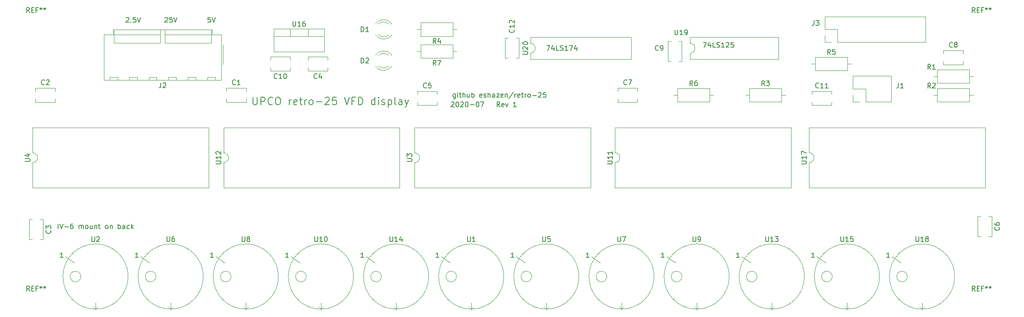
<source format=gbr>
%TF.GenerationSoftware,KiCad,Pcbnew,5.1.6-c6e7f7d~86~ubuntu20.04.1*%
%TF.CreationDate,2020-07-03T06:45:37-04:00*%
%TF.ProjectId,vfd-display,7666642d-6469-4737-906c-61792e6b6963,rev?*%
%TF.SameCoordinates,Original*%
%TF.FileFunction,Legend,Top*%
%TF.FilePolarity,Positive*%
%FSLAX46Y46*%
G04 Gerber Fmt 4.6, Leading zero omitted, Abs format (unit mm)*
G04 Created by KiCad (PCBNEW 5.1.6-c6e7f7d~86~ubuntu20.04.1) date 2020-07-03 06:45:37*
%MOMM*%
%LPD*%
G01*
G04 APERTURE LIST*
%ADD10C,0.150000*%
%ADD11C,0.120000*%
G04 APERTURE END LIST*
D10*
X189285952Y-41362380D02*
X189952619Y-41362380D01*
X189524047Y-42362380D01*
X190762142Y-41695714D02*
X190762142Y-42362380D01*
X190524047Y-41314761D02*
X190285952Y-42029047D01*
X190905000Y-42029047D01*
X191762142Y-42362380D02*
X191285952Y-42362380D01*
X191285952Y-41362380D01*
X192047857Y-42314761D02*
X192190714Y-42362380D01*
X192428809Y-42362380D01*
X192524047Y-42314761D01*
X192571666Y-42267142D01*
X192619285Y-42171904D01*
X192619285Y-42076666D01*
X192571666Y-41981428D01*
X192524047Y-41933809D01*
X192428809Y-41886190D01*
X192238333Y-41838571D01*
X192143095Y-41790952D01*
X192095476Y-41743333D01*
X192047857Y-41648095D01*
X192047857Y-41552857D01*
X192095476Y-41457619D01*
X192143095Y-41410000D01*
X192238333Y-41362380D01*
X192476428Y-41362380D01*
X192619285Y-41410000D01*
X193571666Y-42362380D02*
X193000238Y-42362380D01*
X193285952Y-42362380D02*
X193285952Y-41362380D01*
X193190714Y-41505238D01*
X193095476Y-41600476D01*
X193000238Y-41648095D01*
X193952619Y-41457619D02*
X194000238Y-41410000D01*
X194095476Y-41362380D01*
X194333571Y-41362380D01*
X194428809Y-41410000D01*
X194476428Y-41457619D01*
X194524047Y-41552857D01*
X194524047Y-41648095D01*
X194476428Y-41790952D01*
X193905000Y-42362380D01*
X194524047Y-42362380D01*
X195428809Y-41362380D02*
X194952619Y-41362380D01*
X194905000Y-41838571D01*
X194952619Y-41790952D01*
X195047857Y-41743333D01*
X195285952Y-41743333D01*
X195381190Y-41790952D01*
X195428809Y-41838571D01*
X195476428Y-41933809D01*
X195476428Y-42171904D01*
X195428809Y-42267142D01*
X195381190Y-42314761D01*
X195285952Y-42362380D01*
X195047857Y-42362380D01*
X194952619Y-42314761D01*
X194905000Y-42267142D01*
X157535952Y-41997380D02*
X158202619Y-41997380D01*
X157774047Y-42997380D01*
X159012142Y-42330714D02*
X159012142Y-42997380D01*
X158774047Y-41949761D02*
X158535952Y-42664047D01*
X159155000Y-42664047D01*
X160012142Y-42997380D02*
X159535952Y-42997380D01*
X159535952Y-41997380D01*
X160297857Y-42949761D02*
X160440714Y-42997380D01*
X160678809Y-42997380D01*
X160774047Y-42949761D01*
X160821666Y-42902142D01*
X160869285Y-42806904D01*
X160869285Y-42711666D01*
X160821666Y-42616428D01*
X160774047Y-42568809D01*
X160678809Y-42521190D01*
X160488333Y-42473571D01*
X160393095Y-42425952D01*
X160345476Y-42378333D01*
X160297857Y-42283095D01*
X160297857Y-42187857D01*
X160345476Y-42092619D01*
X160393095Y-42045000D01*
X160488333Y-41997380D01*
X160726428Y-41997380D01*
X160869285Y-42045000D01*
X161821666Y-42997380D02*
X161250238Y-42997380D01*
X161535952Y-42997380D02*
X161535952Y-41997380D01*
X161440714Y-42140238D01*
X161345476Y-42235476D01*
X161250238Y-42283095D01*
X162155000Y-41997380D02*
X162821666Y-41997380D01*
X162393095Y-42997380D01*
X163631190Y-42330714D02*
X163631190Y-42997380D01*
X163393095Y-41949761D02*
X163155000Y-42664047D01*
X163774047Y-42664047D01*
X89344523Y-36282380D02*
X88868333Y-36282380D01*
X88820714Y-36758571D01*
X88868333Y-36710952D01*
X88963571Y-36663333D01*
X89201666Y-36663333D01*
X89296904Y-36710952D01*
X89344523Y-36758571D01*
X89392142Y-36853809D01*
X89392142Y-37091904D01*
X89344523Y-37187142D01*
X89296904Y-37234761D01*
X89201666Y-37282380D01*
X88963571Y-37282380D01*
X88868333Y-37234761D01*
X88820714Y-37187142D01*
X89677857Y-36282380D02*
X90011190Y-37282380D01*
X90344523Y-36282380D01*
X80089523Y-36377619D02*
X80137142Y-36330000D01*
X80232380Y-36282380D01*
X80470476Y-36282380D01*
X80565714Y-36330000D01*
X80613333Y-36377619D01*
X80660952Y-36472857D01*
X80660952Y-36568095D01*
X80613333Y-36710952D01*
X80041904Y-37282380D01*
X80660952Y-37282380D01*
X81565714Y-36282380D02*
X81089523Y-36282380D01*
X81041904Y-36758571D01*
X81089523Y-36710952D01*
X81184761Y-36663333D01*
X81422857Y-36663333D01*
X81518095Y-36710952D01*
X81565714Y-36758571D01*
X81613333Y-36853809D01*
X81613333Y-37091904D01*
X81565714Y-37187142D01*
X81518095Y-37234761D01*
X81422857Y-37282380D01*
X81184761Y-37282380D01*
X81089523Y-37234761D01*
X81041904Y-37187142D01*
X81899047Y-36282380D02*
X82232380Y-37282380D01*
X82565714Y-36282380D01*
X72231428Y-36377619D02*
X72279047Y-36330000D01*
X72374285Y-36282380D01*
X72612380Y-36282380D01*
X72707619Y-36330000D01*
X72755238Y-36377619D01*
X72802857Y-36472857D01*
X72802857Y-36568095D01*
X72755238Y-36710952D01*
X72183809Y-37282380D01*
X72802857Y-37282380D01*
X73231428Y-37187142D02*
X73279047Y-37234761D01*
X73231428Y-37282380D01*
X73183809Y-37234761D01*
X73231428Y-37187142D01*
X73231428Y-37282380D01*
X74183809Y-36282380D02*
X73707619Y-36282380D01*
X73660000Y-36758571D01*
X73707619Y-36710952D01*
X73802857Y-36663333D01*
X74040952Y-36663333D01*
X74136190Y-36710952D01*
X74183809Y-36758571D01*
X74231428Y-36853809D01*
X74231428Y-37091904D01*
X74183809Y-37187142D01*
X74136190Y-37234761D01*
X74040952Y-37282380D01*
X73802857Y-37282380D01*
X73707619Y-37234761D01*
X73660000Y-37187142D01*
X74517142Y-36282380D02*
X74850476Y-37282380D01*
X75183809Y-36282380D01*
X58420952Y-79192380D02*
X58420952Y-78192380D01*
X58754285Y-78192380D02*
X59087619Y-79192380D01*
X59420952Y-78192380D01*
X59754285Y-78811428D02*
X60516190Y-78811428D01*
X61420952Y-78192380D02*
X61230476Y-78192380D01*
X61135238Y-78240000D01*
X61087619Y-78287619D01*
X60992380Y-78430476D01*
X60944761Y-78620952D01*
X60944761Y-79001904D01*
X60992380Y-79097142D01*
X61040000Y-79144761D01*
X61135238Y-79192380D01*
X61325714Y-79192380D01*
X61420952Y-79144761D01*
X61468571Y-79097142D01*
X61516190Y-79001904D01*
X61516190Y-78763809D01*
X61468571Y-78668571D01*
X61420952Y-78620952D01*
X61325714Y-78573333D01*
X61135238Y-78573333D01*
X61040000Y-78620952D01*
X60992380Y-78668571D01*
X60944761Y-78763809D01*
X62706666Y-79192380D02*
X62706666Y-78525714D01*
X62706666Y-78620952D02*
X62754285Y-78573333D01*
X62849523Y-78525714D01*
X62992380Y-78525714D01*
X63087619Y-78573333D01*
X63135238Y-78668571D01*
X63135238Y-79192380D01*
X63135238Y-78668571D02*
X63182857Y-78573333D01*
X63278095Y-78525714D01*
X63420952Y-78525714D01*
X63516190Y-78573333D01*
X63563809Y-78668571D01*
X63563809Y-79192380D01*
X64182857Y-79192380D02*
X64087619Y-79144761D01*
X64040000Y-79097142D01*
X63992380Y-79001904D01*
X63992380Y-78716190D01*
X64040000Y-78620952D01*
X64087619Y-78573333D01*
X64182857Y-78525714D01*
X64325714Y-78525714D01*
X64420952Y-78573333D01*
X64468571Y-78620952D01*
X64516190Y-78716190D01*
X64516190Y-79001904D01*
X64468571Y-79097142D01*
X64420952Y-79144761D01*
X64325714Y-79192380D01*
X64182857Y-79192380D01*
X65373333Y-78525714D02*
X65373333Y-79192380D01*
X64944761Y-78525714D02*
X64944761Y-79049523D01*
X64992380Y-79144761D01*
X65087619Y-79192380D01*
X65230476Y-79192380D01*
X65325714Y-79144761D01*
X65373333Y-79097142D01*
X65849523Y-78525714D02*
X65849523Y-79192380D01*
X65849523Y-78620952D02*
X65897142Y-78573333D01*
X65992380Y-78525714D01*
X66135238Y-78525714D01*
X66230476Y-78573333D01*
X66278095Y-78668571D01*
X66278095Y-79192380D01*
X66611428Y-78525714D02*
X66992380Y-78525714D01*
X66754285Y-78192380D02*
X66754285Y-79049523D01*
X66801904Y-79144761D01*
X66897142Y-79192380D01*
X66992380Y-79192380D01*
X68230476Y-79192380D02*
X68135238Y-79144761D01*
X68087619Y-79097142D01*
X68040000Y-79001904D01*
X68040000Y-78716190D01*
X68087619Y-78620952D01*
X68135238Y-78573333D01*
X68230476Y-78525714D01*
X68373333Y-78525714D01*
X68468571Y-78573333D01*
X68516190Y-78620952D01*
X68563809Y-78716190D01*
X68563809Y-79001904D01*
X68516190Y-79097142D01*
X68468571Y-79144761D01*
X68373333Y-79192380D01*
X68230476Y-79192380D01*
X68992380Y-78525714D02*
X68992380Y-79192380D01*
X68992380Y-78620952D02*
X69040000Y-78573333D01*
X69135238Y-78525714D01*
X69278095Y-78525714D01*
X69373333Y-78573333D01*
X69420952Y-78668571D01*
X69420952Y-79192380D01*
X70659047Y-79192380D02*
X70659047Y-78192380D01*
X70659047Y-78573333D02*
X70754285Y-78525714D01*
X70944761Y-78525714D01*
X71040000Y-78573333D01*
X71087619Y-78620952D01*
X71135238Y-78716190D01*
X71135238Y-79001904D01*
X71087619Y-79097142D01*
X71040000Y-79144761D01*
X70944761Y-79192380D01*
X70754285Y-79192380D01*
X70659047Y-79144761D01*
X71992380Y-79192380D02*
X71992380Y-78668571D01*
X71944761Y-78573333D01*
X71849523Y-78525714D01*
X71659047Y-78525714D01*
X71563809Y-78573333D01*
X71992380Y-79144761D02*
X71897142Y-79192380D01*
X71659047Y-79192380D01*
X71563809Y-79144761D01*
X71516190Y-79049523D01*
X71516190Y-78954285D01*
X71563809Y-78859047D01*
X71659047Y-78811428D01*
X71897142Y-78811428D01*
X71992380Y-78763809D01*
X72897142Y-79144761D02*
X72801904Y-79192380D01*
X72611428Y-79192380D01*
X72516190Y-79144761D01*
X72468571Y-79097142D01*
X72420952Y-79001904D01*
X72420952Y-78716190D01*
X72468571Y-78620952D01*
X72516190Y-78573333D01*
X72611428Y-78525714D01*
X72801904Y-78525714D01*
X72897142Y-78573333D01*
X73325714Y-79192380D02*
X73325714Y-78192380D01*
X73420952Y-78811428D02*
X73706666Y-79192380D01*
X73706666Y-78525714D02*
X73325714Y-78906666D01*
X138184761Y-53522619D02*
X138232380Y-53475000D01*
X138327619Y-53427380D01*
X138565714Y-53427380D01*
X138660952Y-53475000D01*
X138708571Y-53522619D01*
X138756190Y-53617857D01*
X138756190Y-53713095D01*
X138708571Y-53855952D01*
X138137142Y-54427380D01*
X138756190Y-54427380D01*
X139375238Y-53427380D02*
X139470476Y-53427380D01*
X139565714Y-53475000D01*
X139613333Y-53522619D01*
X139660952Y-53617857D01*
X139708571Y-53808333D01*
X139708571Y-54046428D01*
X139660952Y-54236904D01*
X139613333Y-54332142D01*
X139565714Y-54379761D01*
X139470476Y-54427380D01*
X139375238Y-54427380D01*
X139280000Y-54379761D01*
X139232380Y-54332142D01*
X139184761Y-54236904D01*
X139137142Y-54046428D01*
X139137142Y-53808333D01*
X139184761Y-53617857D01*
X139232380Y-53522619D01*
X139280000Y-53475000D01*
X139375238Y-53427380D01*
X140089523Y-53522619D02*
X140137142Y-53475000D01*
X140232380Y-53427380D01*
X140470476Y-53427380D01*
X140565714Y-53475000D01*
X140613333Y-53522619D01*
X140660952Y-53617857D01*
X140660952Y-53713095D01*
X140613333Y-53855952D01*
X140041904Y-54427380D01*
X140660952Y-54427380D01*
X141280000Y-53427380D02*
X141375238Y-53427380D01*
X141470476Y-53475000D01*
X141518095Y-53522619D01*
X141565714Y-53617857D01*
X141613333Y-53808333D01*
X141613333Y-54046428D01*
X141565714Y-54236904D01*
X141518095Y-54332142D01*
X141470476Y-54379761D01*
X141375238Y-54427380D01*
X141280000Y-54427380D01*
X141184761Y-54379761D01*
X141137142Y-54332142D01*
X141089523Y-54236904D01*
X141041904Y-54046428D01*
X141041904Y-53808333D01*
X141089523Y-53617857D01*
X141137142Y-53522619D01*
X141184761Y-53475000D01*
X141280000Y-53427380D01*
X142041904Y-54046428D02*
X142803809Y-54046428D01*
X143470476Y-53427380D02*
X143565714Y-53427380D01*
X143660952Y-53475000D01*
X143708571Y-53522619D01*
X143756190Y-53617857D01*
X143803809Y-53808333D01*
X143803809Y-54046428D01*
X143756190Y-54236904D01*
X143708571Y-54332142D01*
X143660952Y-54379761D01*
X143565714Y-54427380D01*
X143470476Y-54427380D01*
X143375238Y-54379761D01*
X143327619Y-54332142D01*
X143280000Y-54236904D01*
X143232380Y-54046428D01*
X143232380Y-53808333D01*
X143280000Y-53617857D01*
X143327619Y-53522619D01*
X143375238Y-53475000D01*
X143470476Y-53427380D01*
X144137142Y-53427380D02*
X144803809Y-53427380D01*
X144375238Y-54427380D01*
X148041904Y-54427380D02*
X147708571Y-53951190D01*
X147470476Y-54427380D02*
X147470476Y-53427380D01*
X147851428Y-53427380D01*
X147946666Y-53475000D01*
X147994285Y-53522619D01*
X148041904Y-53617857D01*
X148041904Y-53760714D01*
X147994285Y-53855952D01*
X147946666Y-53903571D01*
X147851428Y-53951190D01*
X147470476Y-53951190D01*
X148851428Y-54379761D02*
X148756190Y-54427380D01*
X148565714Y-54427380D01*
X148470476Y-54379761D01*
X148422857Y-54284523D01*
X148422857Y-53903571D01*
X148470476Y-53808333D01*
X148565714Y-53760714D01*
X148756190Y-53760714D01*
X148851428Y-53808333D01*
X148899047Y-53903571D01*
X148899047Y-53998809D01*
X148422857Y-54094047D01*
X149232380Y-53760714D02*
X149470476Y-54427380D01*
X149708571Y-53760714D01*
X151375238Y-54427380D02*
X150803809Y-54427380D01*
X151089523Y-54427380D02*
X151089523Y-53427380D01*
X150994285Y-53570238D01*
X150899047Y-53665476D01*
X150803809Y-53713095D01*
X139002619Y-51855714D02*
X139002619Y-52665238D01*
X138955000Y-52760476D01*
X138907380Y-52808095D01*
X138812142Y-52855714D01*
X138669285Y-52855714D01*
X138574047Y-52808095D01*
X139002619Y-52474761D02*
X138907380Y-52522380D01*
X138716904Y-52522380D01*
X138621666Y-52474761D01*
X138574047Y-52427142D01*
X138526428Y-52331904D01*
X138526428Y-52046190D01*
X138574047Y-51950952D01*
X138621666Y-51903333D01*
X138716904Y-51855714D01*
X138907380Y-51855714D01*
X139002619Y-51903333D01*
X139478809Y-52522380D02*
X139478809Y-51855714D01*
X139478809Y-51522380D02*
X139431190Y-51570000D01*
X139478809Y-51617619D01*
X139526428Y-51570000D01*
X139478809Y-51522380D01*
X139478809Y-51617619D01*
X139812142Y-51855714D02*
X140193095Y-51855714D01*
X139955000Y-51522380D02*
X139955000Y-52379523D01*
X140002619Y-52474761D01*
X140097857Y-52522380D01*
X140193095Y-52522380D01*
X140526428Y-52522380D02*
X140526428Y-51522380D01*
X140955000Y-52522380D02*
X140955000Y-51998571D01*
X140907380Y-51903333D01*
X140812142Y-51855714D01*
X140669285Y-51855714D01*
X140574047Y-51903333D01*
X140526428Y-51950952D01*
X141859761Y-51855714D02*
X141859761Y-52522380D01*
X141431190Y-51855714D02*
X141431190Y-52379523D01*
X141478809Y-52474761D01*
X141574047Y-52522380D01*
X141716904Y-52522380D01*
X141812142Y-52474761D01*
X141859761Y-52427142D01*
X142335952Y-52522380D02*
X142335952Y-51522380D01*
X142335952Y-51903333D02*
X142431190Y-51855714D01*
X142621666Y-51855714D01*
X142716904Y-51903333D01*
X142764523Y-51950952D01*
X142812142Y-52046190D01*
X142812142Y-52331904D01*
X142764523Y-52427142D01*
X142716904Y-52474761D01*
X142621666Y-52522380D01*
X142431190Y-52522380D01*
X142335952Y-52474761D01*
X144383571Y-52474761D02*
X144288333Y-52522380D01*
X144097857Y-52522380D01*
X144002619Y-52474761D01*
X143955000Y-52379523D01*
X143955000Y-51998571D01*
X144002619Y-51903333D01*
X144097857Y-51855714D01*
X144288333Y-51855714D01*
X144383571Y-51903333D01*
X144431190Y-51998571D01*
X144431190Y-52093809D01*
X143955000Y-52189047D01*
X144812142Y-52474761D02*
X144907380Y-52522380D01*
X145097857Y-52522380D01*
X145193095Y-52474761D01*
X145240714Y-52379523D01*
X145240714Y-52331904D01*
X145193095Y-52236666D01*
X145097857Y-52189047D01*
X144955000Y-52189047D01*
X144859761Y-52141428D01*
X144812142Y-52046190D01*
X144812142Y-51998571D01*
X144859761Y-51903333D01*
X144955000Y-51855714D01*
X145097857Y-51855714D01*
X145193095Y-51903333D01*
X145669285Y-52522380D02*
X145669285Y-51522380D01*
X146097857Y-52522380D02*
X146097857Y-51998571D01*
X146050238Y-51903333D01*
X145955000Y-51855714D01*
X145812142Y-51855714D01*
X145716904Y-51903333D01*
X145669285Y-51950952D01*
X147002619Y-52522380D02*
X147002619Y-51998571D01*
X146955000Y-51903333D01*
X146859761Y-51855714D01*
X146669285Y-51855714D01*
X146574047Y-51903333D01*
X147002619Y-52474761D02*
X146907380Y-52522380D01*
X146669285Y-52522380D01*
X146574047Y-52474761D01*
X146526428Y-52379523D01*
X146526428Y-52284285D01*
X146574047Y-52189047D01*
X146669285Y-52141428D01*
X146907380Y-52141428D01*
X147002619Y-52093809D01*
X147383571Y-51855714D02*
X147907380Y-51855714D01*
X147383571Y-52522380D01*
X147907380Y-52522380D01*
X148669285Y-52474761D02*
X148574047Y-52522380D01*
X148383571Y-52522380D01*
X148288333Y-52474761D01*
X148240714Y-52379523D01*
X148240714Y-51998571D01*
X148288333Y-51903333D01*
X148383571Y-51855714D01*
X148574047Y-51855714D01*
X148669285Y-51903333D01*
X148716904Y-51998571D01*
X148716904Y-52093809D01*
X148240714Y-52189047D01*
X149145476Y-51855714D02*
X149145476Y-52522380D01*
X149145476Y-51950952D02*
X149193095Y-51903333D01*
X149288333Y-51855714D01*
X149431190Y-51855714D01*
X149526428Y-51903333D01*
X149574047Y-51998571D01*
X149574047Y-52522380D01*
X150764523Y-51474761D02*
X149907380Y-52760476D01*
X151097857Y-52522380D02*
X151097857Y-51855714D01*
X151097857Y-52046190D02*
X151145476Y-51950952D01*
X151193095Y-51903333D01*
X151288333Y-51855714D01*
X151383571Y-51855714D01*
X152097857Y-52474761D02*
X152002619Y-52522380D01*
X151812142Y-52522380D01*
X151716904Y-52474761D01*
X151669285Y-52379523D01*
X151669285Y-51998571D01*
X151716904Y-51903333D01*
X151812142Y-51855714D01*
X152002619Y-51855714D01*
X152097857Y-51903333D01*
X152145476Y-51998571D01*
X152145476Y-52093809D01*
X151669285Y-52189047D01*
X152431190Y-51855714D02*
X152812142Y-51855714D01*
X152574047Y-51522380D02*
X152574047Y-52379523D01*
X152621666Y-52474761D01*
X152716904Y-52522380D01*
X152812142Y-52522380D01*
X153145476Y-52522380D02*
X153145476Y-51855714D01*
X153145476Y-52046190D02*
X153193095Y-51950952D01*
X153240714Y-51903333D01*
X153335952Y-51855714D01*
X153431190Y-51855714D01*
X153907380Y-52522380D02*
X153812142Y-52474761D01*
X153764523Y-52427142D01*
X153716904Y-52331904D01*
X153716904Y-52046190D01*
X153764523Y-51950952D01*
X153812142Y-51903333D01*
X153907380Y-51855714D01*
X154050238Y-51855714D01*
X154145476Y-51903333D01*
X154193095Y-51950952D01*
X154240714Y-52046190D01*
X154240714Y-52331904D01*
X154193095Y-52427142D01*
X154145476Y-52474761D01*
X154050238Y-52522380D01*
X153907380Y-52522380D01*
X154669285Y-52141428D02*
X155431190Y-52141428D01*
X155859761Y-51617619D02*
X155907380Y-51570000D01*
X156002619Y-51522380D01*
X156240714Y-51522380D01*
X156335952Y-51570000D01*
X156383571Y-51617619D01*
X156431190Y-51712857D01*
X156431190Y-51808095D01*
X156383571Y-51950952D01*
X155812142Y-52522380D01*
X156431190Y-52522380D01*
X157335952Y-51522380D02*
X156859761Y-51522380D01*
X156812142Y-51998571D01*
X156859761Y-51950952D01*
X156955000Y-51903333D01*
X157193095Y-51903333D01*
X157288333Y-51950952D01*
X157335952Y-51998571D01*
X157383571Y-52093809D01*
X157383571Y-52331904D01*
X157335952Y-52427142D01*
X157288333Y-52474761D01*
X157193095Y-52522380D01*
X156955000Y-52522380D01*
X156859761Y-52474761D01*
X156812142Y-52427142D01*
X97953285Y-52505428D02*
X97953285Y-53739142D01*
X98025857Y-53884285D01*
X98098428Y-53956857D01*
X98243571Y-54029428D01*
X98533857Y-54029428D01*
X98679000Y-53956857D01*
X98751571Y-53884285D01*
X98824142Y-53739142D01*
X98824142Y-52505428D01*
X99549857Y-54029428D02*
X99549857Y-52505428D01*
X100130428Y-52505428D01*
X100275571Y-52578000D01*
X100348142Y-52650571D01*
X100420714Y-52795714D01*
X100420714Y-53013428D01*
X100348142Y-53158571D01*
X100275571Y-53231142D01*
X100130428Y-53303714D01*
X99549857Y-53303714D01*
X101944714Y-53884285D02*
X101872142Y-53956857D01*
X101654428Y-54029428D01*
X101509285Y-54029428D01*
X101291571Y-53956857D01*
X101146428Y-53811714D01*
X101073857Y-53666571D01*
X101001285Y-53376285D01*
X101001285Y-53158571D01*
X101073857Y-52868285D01*
X101146428Y-52723142D01*
X101291571Y-52578000D01*
X101509285Y-52505428D01*
X101654428Y-52505428D01*
X101872142Y-52578000D01*
X101944714Y-52650571D01*
X102888142Y-52505428D02*
X103178428Y-52505428D01*
X103323571Y-52578000D01*
X103468714Y-52723142D01*
X103541285Y-53013428D01*
X103541285Y-53521428D01*
X103468714Y-53811714D01*
X103323571Y-53956857D01*
X103178428Y-54029428D01*
X102888142Y-54029428D01*
X102743000Y-53956857D01*
X102597857Y-53811714D01*
X102525285Y-53521428D01*
X102525285Y-53013428D01*
X102597857Y-52723142D01*
X102743000Y-52578000D01*
X102888142Y-52505428D01*
X105355571Y-54029428D02*
X105355571Y-53013428D01*
X105355571Y-53303714D02*
X105428142Y-53158571D01*
X105500714Y-53086000D01*
X105645857Y-53013428D01*
X105791000Y-53013428D01*
X106879571Y-53956857D02*
X106734428Y-54029428D01*
X106444142Y-54029428D01*
X106299000Y-53956857D01*
X106226428Y-53811714D01*
X106226428Y-53231142D01*
X106299000Y-53086000D01*
X106444142Y-53013428D01*
X106734428Y-53013428D01*
X106879571Y-53086000D01*
X106952142Y-53231142D01*
X106952142Y-53376285D01*
X106226428Y-53521428D01*
X107387571Y-53013428D02*
X107968142Y-53013428D01*
X107605285Y-52505428D02*
X107605285Y-53811714D01*
X107677857Y-53956857D01*
X107823000Y-54029428D01*
X107968142Y-54029428D01*
X108476142Y-54029428D02*
X108476142Y-53013428D01*
X108476142Y-53303714D02*
X108548714Y-53158571D01*
X108621285Y-53086000D01*
X108766428Y-53013428D01*
X108911571Y-53013428D01*
X109637285Y-54029428D02*
X109492142Y-53956857D01*
X109419571Y-53884285D01*
X109347000Y-53739142D01*
X109347000Y-53303714D01*
X109419571Y-53158571D01*
X109492142Y-53086000D01*
X109637285Y-53013428D01*
X109855000Y-53013428D01*
X110000142Y-53086000D01*
X110072714Y-53158571D01*
X110145285Y-53303714D01*
X110145285Y-53739142D01*
X110072714Y-53884285D01*
X110000142Y-53956857D01*
X109855000Y-54029428D01*
X109637285Y-54029428D01*
X110798428Y-53448857D02*
X111959571Y-53448857D01*
X112612714Y-52650571D02*
X112685285Y-52578000D01*
X112830428Y-52505428D01*
X113193285Y-52505428D01*
X113338428Y-52578000D01*
X113411000Y-52650571D01*
X113483571Y-52795714D01*
X113483571Y-52940857D01*
X113411000Y-53158571D01*
X112540142Y-54029428D01*
X113483571Y-54029428D01*
X114862428Y-52505428D02*
X114136714Y-52505428D01*
X114064142Y-53231142D01*
X114136714Y-53158571D01*
X114281857Y-53086000D01*
X114644714Y-53086000D01*
X114789857Y-53158571D01*
X114862428Y-53231142D01*
X114935000Y-53376285D01*
X114935000Y-53739142D01*
X114862428Y-53884285D01*
X114789857Y-53956857D01*
X114644714Y-54029428D01*
X114281857Y-54029428D01*
X114136714Y-53956857D01*
X114064142Y-53884285D01*
X116531571Y-52505428D02*
X117039571Y-54029428D01*
X117547571Y-52505428D01*
X118563571Y-53231142D02*
X118055571Y-53231142D01*
X118055571Y-54029428D02*
X118055571Y-52505428D01*
X118781285Y-52505428D01*
X119361857Y-54029428D02*
X119361857Y-52505428D01*
X119724714Y-52505428D01*
X119942428Y-52578000D01*
X120087571Y-52723142D01*
X120160142Y-52868285D01*
X120232714Y-53158571D01*
X120232714Y-53376285D01*
X120160142Y-53666571D01*
X120087571Y-53811714D01*
X119942428Y-53956857D01*
X119724714Y-54029428D01*
X119361857Y-54029428D01*
X122700142Y-54029428D02*
X122700142Y-52505428D01*
X122700142Y-53956857D02*
X122555000Y-54029428D01*
X122264714Y-54029428D01*
X122119571Y-53956857D01*
X122047000Y-53884285D01*
X121974428Y-53739142D01*
X121974428Y-53303714D01*
X122047000Y-53158571D01*
X122119571Y-53086000D01*
X122264714Y-53013428D01*
X122555000Y-53013428D01*
X122700142Y-53086000D01*
X123425857Y-54029428D02*
X123425857Y-53013428D01*
X123425857Y-52505428D02*
X123353285Y-52578000D01*
X123425857Y-52650571D01*
X123498428Y-52578000D01*
X123425857Y-52505428D01*
X123425857Y-52650571D01*
X124079000Y-53956857D02*
X124224142Y-54029428D01*
X124514428Y-54029428D01*
X124659571Y-53956857D01*
X124732142Y-53811714D01*
X124732142Y-53739142D01*
X124659571Y-53594000D01*
X124514428Y-53521428D01*
X124296714Y-53521428D01*
X124151571Y-53448857D01*
X124079000Y-53303714D01*
X124079000Y-53231142D01*
X124151571Y-53086000D01*
X124296714Y-53013428D01*
X124514428Y-53013428D01*
X124659571Y-53086000D01*
X125385285Y-53013428D02*
X125385285Y-54537428D01*
X125385285Y-53086000D02*
X125530428Y-53013428D01*
X125820714Y-53013428D01*
X125965857Y-53086000D01*
X126038428Y-53158571D01*
X126111000Y-53303714D01*
X126111000Y-53739142D01*
X126038428Y-53884285D01*
X125965857Y-53956857D01*
X125820714Y-54029428D01*
X125530428Y-54029428D01*
X125385285Y-53956857D01*
X126981857Y-54029428D02*
X126836714Y-53956857D01*
X126764142Y-53811714D01*
X126764142Y-52505428D01*
X128215571Y-54029428D02*
X128215571Y-53231142D01*
X128143000Y-53086000D01*
X127997857Y-53013428D01*
X127707571Y-53013428D01*
X127562428Y-53086000D01*
X128215571Y-53956857D02*
X128070428Y-54029428D01*
X127707571Y-54029428D01*
X127562428Y-53956857D01*
X127489857Y-53811714D01*
X127489857Y-53666571D01*
X127562428Y-53521428D01*
X127707571Y-53448857D01*
X128070428Y-53448857D01*
X128215571Y-53376285D01*
X128796142Y-53013428D02*
X129159000Y-54029428D01*
X129521857Y-53013428D02*
X129159000Y-54029428D01*
X129013857Y-54392285D01*
X128941285Y-54464857D01*
X128796142Y-54537428D01*
D11*
%TO.C,C1*%
X96615000Y-52865000D02*
X96615000Y-53490000D01*
X96615000Y-50650000D02*
X96615000Y-51275000D01*
X92575000Y-52865000D02*
X92575000Y-53490000D01*
X92575000Y-50650000D02*
X92575000Y-51275000D01*
X92575000Y-53490000D02*
X96615000Y-53490000D01*
X92575000Y-50650000D02*
X96615000Y-50650000D01*
%TO.C,C2*%
X53840000Y-50650000D02*
X57880000Y-50650000D01*
X53840000Y-53490000D02*
X57880000Y-53490000D01*
X53840000Y-50650000D02*
X53840000Y-51275000D01*
X53840000Y-52865000D02*
X53840000Y-53490000D01*
X57880000Y-50650000D02*
X57880000Y-51275000D01*
X57880000Y-52865000D02*
X57880000Y-53490000D01*
%TO.C,C3*%
X53180000Y-81375000D02*
X52555000Y-81375000D01*
X55395000Y-81375000D02*
X54770000Y-81375000D01*
X53180000Y-77335000D02*
X52555000Y-77335000D01*
X55395000Y-77335000D02*
X54770000Y-77335000D01*
X52555000Y-77335000D02*
X52555000Y-81375000D01*
X55395000Y-77335000D02*
X55395000Y-81375000D01*
%TO.C,C4*%
X113165000Y-47140000D02*
X109125000Y-47140000D01*
X113165000Y-44300000D02*
X109125000Y-44300000D01*
X113165000Y-47140000D02*
X113165000Y-46515000D01*
X113165000Y-44925000D02*
X113165000Y-44300000D01*
X109125000Y-47140000D02*
X109125000Y-46515000D01*
X109125000Y-44925000D02*
X109125000Y-44300000D01*
%TO.C,C5*%
X135350000Y-53500000D02*
X135350000Y-54125000D01*
X135350000Y-51285000D02*
X135350000Y-51910000D01*
X131310000Y-53500000D02*
X131310000Y-54125000D01*
X131310000Y-51285000D02*
X131310000Y-51910000D01*
X131310000Y-54125000D02*
X135350000Y-54125000D01*
X131310000Y-51285000D02*
X135350000Y-51285000D01*
%TO.C,C6*%
X247800000Y-76700000D02*
X247800000Y-80740000D01*
X244960000Y-76700000D02*
X244960000Y-80740000D01*
X247800000Y-76700000D02*
X247175000Y-76700000D01*
X245585000Y-76700000D02*
X244960000Y-76700000D01*
X247800000Y-80740000D02*
X247175000Y-80740000D01*
X245585000Y-80740000D02*
X244960000Y-80740000D01*
%TO.C,C7*%
X171950000Y-50650000D02*
X175990000Y-50650000D01*
X171950000Y-53490000D02*
X175990000Y-53490000D01*
X171950000Y-50650000D02*
X171950000Y-51275000D01*
X171950000Y-52865000D02*
X171950000Y-53490000D01*
X175990000Y-50650000D02*
X175990000Y-51275000D01*
X175990000Y-52865000D02*
X175990000Y-53490000D01*
%TO.C,C8*%
X242030000Y-45245000D02*
X242030000Y-45870000D01*
X242030000Y-43030000D02*
X242030000Y-43655000D01*
X237990000Y-45245000D02*
X237990000Y-45870000D01*
X237990000Y-43030000D02*
X237990000Y-43655000D01*
X237990000Y-45870000D02*
X242030000Y-45870000D01*
X237990000Y-43030000D02*
X242030000Y-43030000D01*
%TO.C,C9*%
X184935000Y-41140000D02*
X184935000Y-45180000D01*
X182095000Y-41140000D02*
X182095000Y-45180000D01*
X184935000Y-41140000D02*
X184310000Y-41140000D01*
X182720000Y-41140000D02*
X182095000Y-41140000D01*
X184935000Y-45180000D02*
X184310000Y-45180000D01*
X182720000Y-45180000D02*
X182095000Y-45180000D01*
%TO.C,C10*%
X101505000Y-44925000D02*
X101505000Y-44300000D01*
X101505000Y-47140000D02*
X101505000Y-46515000D01*
X105545000Y-44925000D02*
X105545000Y-44300000D01*
X105545000Y-47140000D02*
X105545000Y-46515000D01*
X105545000Y-44300000D02*
X101505000Y-44300000D01*
X105545000Y-47140000D02*
X101505000Y-47140000D01*
%TO.C,C11*%
X215360000Y-53500000D02*
X215360000Y-54125000D01*
X215360000Y-51285000D02*
X215360000Y-51910000D01*
X211320000Y-53500000D02*
X211320000Y-54125000D01*
X211320000Y-51285000D02*
X211320000Y-51910000D01*
X211320000Y-54125000D02*
X215360000Y-54125000D01*
X211320000Y-51285000D02*
X215360000Y-51285000D01*
%TO.C,C12*%
X151915000Y-40505000D02*
X151915000Y-44545000D01*
X149075000Y-40505000D02*
X149075000Y-44545000D01*
X151915000Y-40505000D02*
X151290000Y-40505000D01*
X149700000Y-40505000D02*
X149075000Y-40505000D01*
X151915000Y-44545000D02*
X151290000Y-44545000D01*
X149700000Y-44545000D02*
X149075000Y-44545000D01*
%TO.C,D1*%
X126020000Y-39971000D02*
X126020000Y-39815000D01*
X126020000Y-37655000D02*
X126020000Y-37499000D01*
X122787665Y-39813608D02*
G75*
G03*
X126020000Y-39970516I1672335J1078608D01*
G01*
X122787665Y-37656392D02*
G75*
G02*
X126020000Y-37499484I1672335J-1078608D01*
G01*
X123418870Y-39814837D02*
G75*
G03*
X125500961Y-39815000I1041130J1079837D01*
G01*
X123418870Y-37655163D02*
G75*
G02*
X125500961Y-37655000I1041130J-1079837D01*
G01*
%TO.C,D2*%
X126020000Y-44005000D02*
X126020000Y-43849000D01*
X126020000Y-46321000D02*
X126020000Y-46165000D01*
X123418870Y-44005163D02*
G75*
G02*
X125500961Y-44005000I1041130J-1079837D01*
G01*
X123418870Y-46164837D02*
G75*
G03*
X125500961Y-46165000I1041130J1079837D01*
G01*
X122787665Y-44006392D02*
G75*
G02*
X126020000Y-43849484I1672335J-1078608D01*
G01*
X122787665Y-46163608D02*
G75*
G03*
X126020000Y-46320516I1672335J1078608D01*
G01*
%TO.C,J1*%
X227390000Y-53400000D02*
X227390000Y-48200000D01*
X222250000Y-53400000D02*
X227390000Y-53400000D01*
X219650000Y-48200000D02*
X227390000Y-48200000D01*
X222250000Y-53400000D02*
X222250000Y-50800000D01*
X222250000Y-50800000D02*
X219650000Y-50800000D01*
X219650000Y-50800000D02*
X219650000Y-48200000D01*
X220980000Y-53400000D02*
X219650000Y-53400000D01*
X219650000Y-53400000D02*
X219650000Y-52070000D01*
%TO.C,J2*%
X91555000Y-49035000D02*
X67715000Y-49035000D01*
X67715000Y-49035000D02*
X67715000Y-39810000D01*
X67715000Y-39810000D02*
X69620000Y-39810000D01*
X69620000Y-39810000D02*
X69620000Y-38805000D01*
X69620000Y-38805000D02*
X89650000Y-38805000D01*
X89650000Y-38805000D02*
X89650000Y-39810000D01*
X89650000Y-39810000D02*
X91555000Y-39810000D01*
X91555000Y-39810000D02*
X91555000Y-49035000D01*
X91845000Y-45815000D02*
X91845000Y-41815000D01*
X89535000Y-38805000D02*
X89535000Y-39805000D01*
X89535000Y-39805000D02*
X80115000Y-39805000D01*
X80115000Y-39805000D02*
X80115000Y-38805000D01*
X89535000Y-39805000D02*
X89535000Y-41475000D01*
X89535000Y-41475000D02*
X80115000Y-41475000D01*
X80115000Y-41475000D02*
X80115000Y-39805000D01*
X79155000Y-38805000D02*
X79155000Y-39805000D01*
X79155000Y-39805000D02*
X69735000Y-39805000D01*
X69735000Y-39805000D02*
X69735000Y-38805000D01*
X79155000Y-39805000D02*
X79155000Y-41475000D01*
X79155000Y-41475000D02*
X69735000Y-41475000D01*
X69735000Y-41475000D02*
X69735000Y-39805000D01*
X90335000Y-49035000D02*
X90335000Y-48435000D01*
X90335000Y-48435000D02*
X88735000Y-48435000D01*
X88735000Y-48435000D02*
X88735000Y-49035000D01*
X86375000Y-49035000D02*
X86375000Y-48435000D01*
X86375000Y-48435000D02*
X84775000Y-48435000D01*
X84775000Y-48435000D02*
X84775000Y-49035000D01*
X82415000Y-49035000D02*
X82415000Y-48435000D01*
X82415000Y-48435000D02*
X80815000Y-48435000D01*
X80815000Y-48435000D02*
X80815000Y-49035000D01*
X78455000Y-49035000D02*
X78455000Y-48435000D01*
X78455000Y-48435000D02*
X76855000Y-48435000D01*
X76855000Y-48435000D02*
X76855000Y-49035000D01*
X74495000Y-49035000D02*
X74495000Y-48435000D01*
X74495000Y-48435000D02*
X72895000Y-48435000D01*
X72895000Y-48435000D02*
X72895000Y-49035000D01*
X70535000Y-49035000D02*
X70535000Y-48435000D01*
X70535000Y-48435000D02*
X68935000Y-48435000D01*
X68935000Y-48435000D02*
X68935000Y-49035000D01*
%TO.C,J3*%
X234375000Y-41335000D02*
X234375000Y-36135000D01*
X216535000Y-41335000D02*
X234375000Y-41335000D01*
X213935000Y-36135000D02*
X234375000Y-36135000D01*
X216535000Y-41335000D02*
X216535000Y-38735000D01*
X216535000Y-38735000D02*
X213935000Y-38735000D01*
X213935000Y-38735000D02*
X213935000Y-36135000D01*
X215265000Y-41335000D02*
X213935000Y-41335000D01*
X213935000Y-41335000D02*
X213935000Y-40005000D01*
%TO.C,R1*%
X243300000Y-49630000D02*
X243300000Y-46890000D01*
X243300000Y-46890000D02*
X236760000Y-46890000D01*
X236760000Y-46890000D02*
X236760000Y-49630000D01*
X236760000Y-49630000D02*
X243300000Y-49630000D01*
X244070000Y-48260000D02*
X243300000Y-48260000D01*
X235990000Y-48260000D02*
X236760000Y-48260000D01*
%TO.C,R2*%
X235990000Y-52070000D02*
X236760000Y-52070000D01*
X244070000Y-52070000D02*
X243300000Y-52070000D01*
X236760000Y-53440000D02*
X243300000Y-53440000D01*
X236760000Y-50700000D02*
X236760000Y-53440000D01*
X243300000Y-50700000D02*
X236760000Y-50700000D01*
X243300000Y-53440000D02*
X243300000Y-50700000D01*
%TO.C,R3*%
X198660000Y-50700000D02*
X198660000Y-53440000D01*
X198660000Y-53440000D02*
X205200000Y-53440000D01*
X205200000Y-53440000D02*
X205200000Y-50700000D01*
X205200000Y-50700000D02*
X198660000Y-50700000D01*
X197890000Y-52070000D02*
X198660000Y-52070000D01*
X205970000Y-52070000D02*
X205200000Y-52070000D01*
%TO.C,R4*%
X138525000Y-40105000D02*
X138525000Y-37365000D01*
X138525000Y-37365000D02*
X131985000Y-37365000D01*
X131985000Y-37365000D02*
X131985000Y-40105000D01*
X131985000Y-40105000D02*
X138525000Y-40105000D01*
X139295000Y-38735000D02*
X138525000Y-38735000D01*
X131215000Y-38735000D02*
X131985000Y-38735000D01*
%TO.C,R5*%
X219305000Y-45720000D02*
X218535000Y-45720000D01*
X211225000Y-45720000D02*
X211995000Y-45720000D01*
X218535000Y-44350000D02*
X211995000Y-44350000D01*
X218535000Y-47090000D02*
X218535000Y-44350000D01*
X211995000Y-47090000D02*
X218535000Y-47090000D01*
X211995000Y-44350000D02*
X211995000Y-47090000D01*
%TO.C,R6*%
X184055000Y-50700000D02*
X184055000Y-53440000D01*
X184055000Y-53440000D02*
X190595000Y-53440000D01*
X190595000Y-53440000D02*
X190595000Y-50700000D01*
X190595000Y-50700000D02*
X184055000Y-50700000D01*
X183285000Y-52070000D02*
X184055000Y-52070000D01*
X191365000Y-52070000D02*
X190595000Y-52070000D01*
%TO.C,R7*%
X131215000Y-43180000D02*
X131985000Y-43180000D01*
X139295000Y-43180000D02*
X138525000Y-43180000D01*
X131985000Y-44550000D02*
X138525000Y-44550000D01*
X131985000Y-41810000D02*
X131985000Y-44550000D01*
X138525000Y-41810000D02*
X131985000Y-41810000D01*
X138525000Y-44550000D02*
X138525000Y-41810000D01*
%TO.C,U1*%
X139253631Y-88900000D02*
G75*
G03*
X139253631Y-88900000I-1077631J0D01*
G01*
X136144000Y-84836000D02*
X137922000Y-86106000D01*
X142240000Y-95504000D02*
X141732000Y-94996000D01*
X142240000Y-95504000D02*
X142748000Y-94996000D01*
X142240000Y-94234000D02*
X142240000Y-95504000D01*
X148860000Y-88900000D02*
G75*
G03*
X148860000Y-88900000I-6620000J0D01*
G01*
%TO.C,U2*%
X63053631Y-88900000D02*
G75*
G03*
X63053631Y-88900000I-1077631J0D01*
G01*
X59944000Y-84836000D02*
X61722000Y-86106000D01*
X66040000Y-95504000D02*
X65532000Y-94996000D01*
X66040000Y-95504000D02*
X66548000Y-94996000D01*
X66040000Y-94234000D02*
X66040000Y-95504000D01*
X72660000Y-88900000D02*
G75*
G03*
X72660000Y-88900000I-6620000J0D01*
G01*
%TO.C,U3*%
X130750000Y-58710000D02*
X130750000Y-63770000D01*
X166430000Y-58710000D02*
X130750000Y-58710000D01*
X166430000Y-70830000D02*
X166430000Y-58710000D01*
X130750000Y-70830000D02*
X166430000Y-70830000D01*
X130750000Y-65770000D02*
X130750000Y-70830000D01*
X130750000Y-63770000D02*
G75*
G02*
X130750000Y-65770000I0J-1000000D01*
G01*
%TO.C,U4*%
X53280000Y-58710000D02*
X53280000Y-63770000D01*
X88960000Y-58710000D02*
X53280000Y-58710000D01*
X88960000Y-70830000D02*
X88960000Y-58710000D01*
X53280000Y-70830000D02*
X88960000Y-70830000D01*
X53280000Y-65770000D02*
X53280000Y-70830000D01*
X53280000Y-63770000D02*
G75*
G02*
X53280000Y-65770000I0J-1000000D01*
G01*
%TO.C,U5*%
X164100000Y-88900000D02*
G75*
G03*
X164100000Y-88900000I-6620000J0D01*
G01*
X157480000Y-94234000D02*
X157480000Y-95504000D01*
X157480000Y-95504000D02*
X157988000Y-94996000D01*
X157480000Y-95504000D02*
X156972000Y-94996000D01*
X151384000Y-84836000D02*
X153162000Y-86106000D01*
X154493631Y-88900000D02*
G75*
G03*
X154493631Y-88900000I-1077631J0D01*
G01*
%TO.C,U6*%
X78293631Y-88900000D02*
G75*
G03*
X78293631Y-88900000I-1077631J0D01*
G01*
X75184000Y-84836000D02*
X76962000Y-86106000D01*
X81280000Y-95504000D02*
X80772000Y-94996000D01*
X81280000Y-95504000D02*
X81788000Y-94996000D01*
X81280000Y-94234000D02*
X81280000Y-95504000D01*
X87900000Y-88900000D02*
G75*
G03*
X87900000Y-88900000I-6620000J0D01*
G01*
%TO.C,U7*%
X179340000Y-88900000D02*
G75*
G03*
X179340000Y-88900000I-6620000J0D01*
G01*
X172720000Y-94234000D02*
X172720000Y-95504000D01*
X172720000Y-95504000D02*
X173228000Y-94996000D01*
X172720000Y-95504000D02*
X172212000Y-94996000D01*
X166624000Y-84836000D02*
X168402000Y-86106000D01*
X169733631Y-88900000D02*
G75*
G03*
X169733631Y-88900000I-1077631J0D01*
G01*
%TO.C,U8*%
X103140000Y-88900000D02*
G75*
G03*
X103140000Y-88900000I-6620000J0D01*
G01*
X96520000Y-94234000D02*
X96520000Y-95504000D01*
X96520000Y-95504000D02*
X97028000Y-94996000D01*
X96520000Y-95504000D02*
X96012000Y-94996000D01*
X90424000Y-84836000D02*
X92202000Y-86106000D01*
X93533631Y-88900000D02*
G75*
G03*
X93533631Y-88900000I-1077631J0D01*
G01*
%TO.C,U9*%
X184973631Y-88900000D02*
G75*
G03*
X184973631Y-88900000I-1077631J0D01*
G01*
X181864000Y-84836000D02*
X183642000Y-86106000D01*
X187960000Y-95504000D02*
X187452000Y-94996000D01*
X187960000Y-95504000D02*
X188468000Y-94996000D01*
X187960000Y-94234000D02*
X187960000Y-95504000D01*
X194580000Y-88900000D02*
G75*
G03*
X194580000Y-88900000I-6620000J0D01*
G01*
%TO.C,U10*%
X118380000Y-88900000D02*
G75*
G03*
X118380000Y-88900000I-6620000J0D01*
G01*
X111760000Y-94234000D02*
X111760000Y-95504000D01*
X111760000Y-95504000D02*
X112268000Y-94996000D01*
X111760000Y-95504000D02*
X111252000Y-94996000D01*
X105664000Y-84836000D02*
X107442000Y-86106000D01*
X108773631Y-88900000D02*
G75*
G03*
X108773631Y-88900000I-1077631J0D01*
G01*
%TO.C,U11*%
X171390000Y-65770000D02*
X171390000Y-70830000D01*
X171390000Y-70830000D02*
X207070000Y-70830000D01*
X207070000Y-70830000D02*
X207070000Y-58710000D01*
X207070000Y-58710000D02*
X171390000Y-58710000D01*
X171390000Y-58710000D02*
X171390000Y-63770000D01*
X171390000Y-63770000D02*
G75*
G02*
X171390000Y-65770000I0J-1000000D01*
G01*
%TO.C,U12*%
X92015000Y-65770000D02*
X92015000Y-70830000D01*
X92015000Y-70830000D02*
X127695000Y-70830000D01*
X127695000Y-70830000D02*
X127695000Y-58710000D01*
X127695000Y-58710000D02*
X92015000Y-58710000D01*
X92015000Y-58710000D02*
X92015000Y-63770000D01*
X92015000Y-63770000D02*
G75*
G02*
X92015000Y-65770000I0J-1000000D01*
G01*
%TO.C,U13*%
X209820000Y-88900000D02*
G75*
G03*
X209820000Y-88900000I-6620000J0D01*
G01*
X203200000Y-94234000D02*
X203200000Y-95504000D01*
X203200000Y-95504000D02*
X203708000Y-94996000D01*
X203200000Y-95504000D02*
X202692000Y-94996000D01*
X197104000Y-84836000D02*
X198882000Y-86106000D01*
X200213631Y-88900000D02*
G75*
G03*
X200213631Y-88900000I-1077631J0D01*
G01*
%TO.C,U14*%
X124013631Y-88900000D02*
G75*
G03*
X124013631Y-88900000I-1077631J0D01*
G01*
X120904000Y-84836000D02*
X122682000Y-86106000D01*
X127000000Y-95504000D02*
X126492000Y-94996000D01*
X127000000Y-95504000D02*
X127508000Y-94996000D01*
X127000000Y-94234000D02*
X127000000Y-95504000D01*
X133620000Y-88900000D02*
G75*
G03*
X133620000Y-88900000I-6620000J0D01*
G01*
%TO.C,U15*%
X215453631Y-88900000D02*
G75*
G03*
X215453631Y-88900000I-1077631J0D01*
G01*
X212344000Y-84836000D02*
X214122000Y-86106000D01*
X218440000Y-95504000D02*
X217932000Y-94996000D01*
X218440000Y-95504000D02*
X218948000Y-94996000D01*
X218440000Y-94234000D02*
X218440000Y-95504000D01*
X225060000Y-88900000D02*
G75*
G03*
X225060000Y-88900000I-6620000J0D01*
G01*
%TO.C,U17*%
X210760000Y-65770000D02*
X210760000Y-70830000D01*
X210760000Y-70830000D02*
X246440000Y-70830000D01*
X246440000Y-70830000D02*
X246440000Y-58710000D01*
X246440000Y-58710000D02*
X210760000Y-58710000D01*
X210760000Y-58710000D02*
X210760000Y-63770000D01*
X210760000Y-63770000D02*
G75*
G02*
X210760000Y-65770000I0J-1000000D01*
G01*
%TO.C,U18*%
X240300000Y-88900000D02*
G75*
G03*
X240300000Y-88900000I-6620000J0D01*
G01*
X233680000Y-94234000D02*
X233680000Y-95504000D01*
X233680000Y-95504000D02*
X234188000Y-94996000D01*
X233680000Y-95504000D02*
X233172000Y-94996000D01*
X227584000Y-84836000D02*
X229362000Y-86106000D01*
X230693631Y-88900000D02*
G75*
G03*
X230693631Y-88900000I-1077631J0D01*
G01*
%TO.C,U19*%
X186630000Y-43545000D02*
X186630000Y-44795000D01*
X186630000Y-44795000D02*
X204530000Y-44795000D01*
X204530000Y-44795000D02*
X204530000Y-40295000D01*
X204530000Y-40295000D02*
X186630000Y-40295000D01*
X186630000Y-40295000D02*
X186630000Y-41545000D01*
X186630000Y-41545000D02*
G75*
G02*
X186630000Y-43545000I0J-1000000D01*
G01*
%TO.C,U20*%
X154245000Y-43545000D02*
X154245000Y-44795000D01*
X154245000Y-44795000D02*
X174685000Y-44795000D01*
X174685000Y-44795000D02*
X174685000Y-40295000D01*
X174685000Y-40295000D02*
X154245000Y-40295000D01*
X154245000Y-40295000D02*
X154245000Y-41545000D01*
X154245000Y-41545000D02*
G75*
G02*
X154245000Y-43545000I0J-1000000D01*
G01*
%TO.C,U16*%
X102195000Y-38640000D02*
X112435000Y-38640000D01*
X102195000Y-43281000D02*
X112435000Y-43281000D01*
X102195000Y-38640000D02*
X102195000Y-43281000D01*
X112435000Y-38640000D02*
X112435000Y-43281000D01*
X102195000Y-40150000D02*
X112435000Y-40150000D01*
X105465000Y-38640000D02*
X105465000Y-40150000D01*
X109166000Y-38640000D02*
X109166000Y-40150000D01*
%TO.C,REF\u002A\u002A*%
D10*
X244411666Y-91837380D02*
X244078333Y-91361190D01*
X243840238Y-91837380D02*
X243840238Y-90837380D01*
X244221190Y-90837380D01*
X244316428Y-90885000D01*
X244364047Y-90932619D01*
X244411666Y-91027857D01*
X244411666Y-91170714D01*
X244364047Y-91265952D01*
X244316428Y-91313571D01*
X244221190Y-91361190D01*
X243840238Y-91361190D01*
X244840238Y-91313571D02*
X245173571Y-91313571D01*
X245316428Y-91837380D02*
X244840238Y-91837380D01*
X244840238Y-90837380D01*
X245316428Y-90837380D01*
X246078333Y-91313571D02*
X245745000Y-91313571D01*
X245745000Y-91837380D02*
X245745000Y-90837380D01*
X246221190Y-90837380D01*
X246745000Y-90837380D02*
X246745000Y-91075476D01*
X246506904Y-90980238D02*
X246745000Y-91075476D01*
X246983095Y-90980238D01*
X246602142Y-91265952D02*
X246745000Y-91075476D01*
X246887857Y-91265952D01*
X247506904Y-90837380D02*
X247506904Y-91075476D01*
X247268809Y-90980238D02*
X247506904Y-91075476D01*
X247745000Y-90980238D01*
X247364047Y-91265952D02*
X247506904Y-91075476D01*
X247649761Y-91265952D01*
X244411666Y-35322380D02*
X244078333Y-34846190D01*
X243840238Y-35322380D02*
X243840238Y-34322380D01*
X244221190Y-34322380D01*
X244316428Y-34370000D01*
X244364047Y-34417619D01*
X244411666Y-34512857D01*
X244411666Y-34655714D01*
X244364047Y-34750952D01*
X244316428Y-34798571D01*
X244221190Y-34846190D01*
X243840238Y-34846190D01*
X244840238Y-34798571D02*
X245173571Y-34798571D01*
X245316428Y-35322380D02*
X244840238Y-35322380D01*
X244840238Y-34322380D01*
X245316428Y-34322380D01*
X246078333Y-34798571D02*
X245745000Y-34798571D01*
X245745000Y-35322380D02*
X245745000Y-34322380D01*
X246221190Y-34322380D01*
X246745000Y-34322380D02*
X246745000Y-34560476D01*
X246506904Y-34465238D02*
X246745000Y-34560476D01*
X246983095Y-34465238D01*
X246602142Y-34750952D02*
X246745000Y-34560476D01*
X246887857Y-34750952D01*
X247506904Y-34322380D02*
X247506904Y-34560476D01*
X247268809Y-34465238D02*
X247506904Y-34560476D01*
X247745000Y-34465238D01*
X247364047Y-34750952D02*
X247506904Y-34560476D01*
X247649761Y-34750952D01*
X52641666Y-91837380D02*
X52308333Y-91361190D01*
X52070238Y-91837380D02*
X52070238Y-90837380D01*
X52451190Y-90837380D01*
X52546428Y-90885000D01*
X52594047Y-90932619D01*
X52641666Y-91027857D01*
X52641666Y-91170714D01*
X52594047Y-91265952D01*
X52546428Y-91313571D01*
X52451190Y-91361190D01*
X52070238Y-91361190D01*
X53070238Y-91313571D02*
X53403571Y-91313571D01*
X53546428Y-91837380D02*
X53070238Y-91837380D01*
X53070238Y-90837380D01*
X53546428Y-90837380D01*
X54308333Y-91313571D02*
X53975000Y-91313571D01*
X53975000Y-91837380D02*
X53975000Y-90837380D01*
X54451190Y-90837380D01*
X54975000Y-90837380D02*
X54975000Y-91075476D01*
X54736904Y-90980238D02*
X54975000Y-91075476D01*
X55213095Y-90980238D01*
X54832142Y-91265952D02*
X54975000Y-91075476D01*
X55117857Y-91265952D01*
X55736904Y-90837380D02*
X55736904Y-91075476D01*
X55498809Y-90980238D02*
X55736904Y-91075476D01*
X55975000Y-90980238D01*
X55594047Y-91265952D02*
X55736904Y-91075476D01*
X55879761Y-91265952D01*
X52641666Y-35322380D02*
X52308333Y-34846190D01*
X52070238Y-35322380D02*
X52070238Y-34322380D01*
X52451190Y-34322380D01*
X52546428Y-34370000D01*
X52594047Y-34417619D01*
X52641666Y-34512857D01*
X52641666Y-34655714D01*
X52594047Y-34750952D01*
X52546428Y-34798571D01*
X52451190Y-34846190D01*
X52070238Y-34846190D01*
X53070238Y-34798571D02*
X53403571Y-34798571D01*
X53546428Y-35322380D02*
X53070238Y-35322380D01*
X53070238Y-34322380D01*
X53546428Y-34322380D01*
X54308333Y-34798571D02*
X53975000Y-34798571D01*
X53975000Y-35322380D02*
X53975000Y-34322380D01*
X54451190Y-34322380D01*
X54975000Y-34322380D02*
X54975000Y-34560476D01*
X54736904Y-34465238D02*
X54975000Y-34560476D01*
X55213095Y-34465238D01*
X54832142Y-34750952D02*
X54975000Y-34560476D01*
X55117857Y-34750952D01*
X55736904Y-34322380D02*
X55736904Y-34560476D01*
X55498809Y-34465238D02*
X55736904Y-34560476D01*
X55975000Y-34465238D01*
X55594047Y-34750952D02*
X55736904Y-34560476D01*
X55879761Y-34750952D01*
%TO.C,C1*%
X94428333Y-49877142D02*
X94380714Y-49924761D01*
X94237857Y-49972380D01*
X94142619Y-49972380D01*
X93999761Y-49924761D01*
X93904523Y-49829523D01*
X93856904Y-49734285D01*
X93809285Y-49543809D01*
X93809285Y-49400952D01*
X93856904Y-49210476D01*
X93904523Y-49115238D01*
X93999761Y-49020000D01*
X94142619Y-48972380D01*
X94237857Y-48972380D01*
X94380714Y-49020000D01*
X94428333Y-49067619D01*
X95380714Y-49972380D02*
X94809285Y-49972380D01*
X95095000Y-49972380D02*
X95095000Y-48972380D01*
X94999761Y-49115238D01*
X94904523Y-49210476D01*
X94809285Y-49258095D01*
%TO.C,C2*%
X55693333Y-49877142D02*
X55645714Y-49924761D01*
X55502857Y-49972380D01*
X55407619Y-49972380D01*
X55264761Y-49924761D01*
X55169523Y-49829523D01*
X55121904Y-49734285D01*
X55074285Y-49543809D01*
X55074285Y-49400952D01*
X55121904Y-49210476D01*
X55169523Y-49115238D01*
X55264761Y-49020000D01*
X55407619Y-48972380D01*
X55502857Y-48972380D01*
X55645714Y-49020000D01*
X55693333Y-49067619D01*
X56074285Y-49067619D02*
X56121904Y-49020000D01*
X56217142Y-48972380D01*
X56455238Y-48972380D01*
X56550476Y-49020000D01*
X56598095Y-49067619D01*
X56645714Y-49162857D01*
X56645714Y-49258095D01*
X56598095Y-49400952D01*
X56026666Y-49972380D01*
X56645714Y-49972380D01*
%TO.C,C3*%
X56882142Y-79521666D02*
X56929761Y-79569285D01*
X56977380Y-79712142D01*
X56977380Y-79807380D01*
X56929761Y-79950238D01*
X56834523Y-80045476D01*
X56739285Y-80093095D01*
X56548809Y-80140714D01*
X56405952Y-80140714D01*
X56215476Y-80093095D01*
X56120238Y-80045476D01*
X56025000Y-79950238D01*
X55977380Y-79807380D01*
X55977380Y-79712142D01*
X56025000Y-79569285D01*
X56072619Y-79521666D01*
X55977380Y-79188333D02*
X55977380Y-78569285D01*
X56358333Y-78902619D01*
X56358333Y-78759761D01*
X56405952Y-78664523D01*
X56453571Y-78616904D01*
X56548809Y-78569285D01*
X56786904Y-78569285D01*
X56882142Y-78616904D01*
X56929761Y-78664523D01*
X56977380Y-78759761D01*
X56977380Y-79045476D01*
X56929761Y-79140714D01*
X56882142Y-79188333D01*
%TO.C,C4*%
X110978333Y-48627142D02*
X110930714Y-48674761D01*
X110787857Y-48722380D01*
X110692619Y-48722380D01*
X110549761Y-48674761D01*
X110454523Y-48579523D01*
X110406904Y-48484285D01*
X110359285Y-48293809D01*
X110359285Y-48150952D01*
X110406904Y-47960476D01*
X110454523Y-47865238D01*
X110549761Y-47770000D01*
X110692619Y-47722380D01*
X110787857Y-47722380D01*
X110930714Y-47770000D01*
X110978333Y-47817619D01*
X111835476Y-48055714D02*
X111835476Y-48722380D01*
X111597380Y-47674761D02*
X111359285Y-48389047D01*
X111978333Y-48389047D01*
%TO.C,C5*%
X133163333Y-50512142D02*
X133115714Y-50559761D01*
X132972857Y-50607380D01*
X132877619Y-50607380D01*
X132734761Y-50559761D01*
X132639523Y-50464523D01*
X132591904Y-50369285D01*
X132544285Y-50178809D01*
X132544285Y-50035952D01*
X132591904Y-49845476D01*
X132639523Y-49750238D01*
X132734761Y-49655000D01*
X132877619Y-49607380D01*
X132972857Y-49607380D01*
X133115714Y-49655000D01*
X133163333Y-49702619D01*
X134068095Y-49607380D02*
X133591904Y-49607380D01*
X133544285Y-50083571D01*
X133591904Y-50035952D01*
X133687142Y-49988333D01*
X133925238Y-49988333D01*
X134020476Y-50035952D01*
X134068095Y-50083571D01*
X134115714Y-50178809D01*
X134115714Y-50416904D01*
X134068095Y-50512142D01*
X134020476Y-50559761D01*
X133925238Y-50607380D01*
X133687142Y-50607380D01*
X133591904Y-50559761D01*
X133544285Y-50512142D01*
%TO.C,C6*%
X249287142Y-78886666D02*
X249334761Y-78934285D01*
X249382380Y-79077142D01*
X249382380Y-79172380D01*
X249334761Y-79315238D01*
X249239523Y-79410476D01*
X249144285Y-79458095D01*
X248953809Y-79505714D01*
X248810952Y-79505714D01*
X248620476Y-79458095D01*
X248525238Y-79410476D01*
X248430000Y-79315238D01*
X248382380Y-79172380D01*
X248382380Y-79077142D01*
X248430000Y-78934285D01*
X248477619Y-78886666D01*
X248382380Y-78029523D02*
X248382380Y-78220000D01*
X248430000Y-78315238D01*
X248477619Y-78362857D01*
X248620476Y-78458095D01*
X248810952Y-78505714D01*
X249191904Y-78505714D01*
X249287142Y-78458095D01*
X249334761Y-78410476D01*
X249382380Y-78315238D01*
X249382380Y-78124761D01*
X249334761Y-78029523D01*
X249287142Y-77981904D01*
X249191904Y-77934285D01*
X248953809Y-77934285D01*
X248858571Y-77981904D01*
X248810952Y-78029523D01*
X248763333Y-78124761D01*
X248763333Y-78315238D01*
X248810952Y-78410476D01*
X248858571Y-78458095D01*
X248953809Y-78505714D01*
%TO.C,C7*%
X173803333Y-49877142D02*
X173755714Y-49924761D01*
X173612857Y-49972380D01*
X173517619Y-49972380D01*
X173374761Y-49924761D01*
X173279523Y-49829523D01*
X173231904Y-49734285D01*
X173184285Y-49543809D01*
X173184285Y-49400952D01*
X173231904Y-49210476D01*
X173279523Y-49115238D01*
X173374761Y-49020000D01*
X173517619Y-48972380D01*
X173612857Y-48972380D01*
X173755714Y-49020000D01*
X173803333Y-49067619D01*
X174136666Y-48972380D02*
X174803333Y-48972380D01*
X174374761Y-49972380D01*
%TO.C,C8*%
X239843333Y-42257142D02*
X239795714Y-42304761D01*
X239652857Y-42352380D01*
X239557619Y-42352380D01*
X239414761Y-42304761D01*
X239319523Y-42209523D01*
X239271904Y-42114285D01*
X239224285Y-41923809D01*
X239224285Y-41780952D01*
X239271904Y-41590476D01*
X239319523Y-41495238D01*
X239414761Y-41400000D01*
X239557619Y-41352380D01*
X239652857Y-41352380D01*
X239795714Y-41400000D01*
X239843333Y-41447619D01*
X240414761Y-41780952D02*
X240319523Y-41733333D01*
X240271904Y-41685714D01*
X240224285Y-41590476D01*
X240224285Y-41542857D01*
X240271904Y-41447619D01*
X240319523Y-41400000D01*
X240414761Y-41352380D01*
X240605238Y-41352380D01*
X240700476Y-41400000D01*
X240748095Y-41447619D01*
X240795714Y-41542857D01*
X240795714Y-41590476D01*
X240748095Y-41685714D01*
X240700476Y-41733333D01*
X240605238Y-41780952D01*
X240414761Y-41780952D01*
X240319523Y-41828571D01*
X240271904Y-41876190D01*
X240224285Y-41971428D01*
X240224285Y-42161904D01*
X240271904Y-42257142D01*
X240319523Y-42304761D01*
X240414761Y-42352380D01*
X240605238Y-42352380D01*
X240700476Y-42304761D01*
X240748095Y-42257142D01*
X240795714Y-42161904D01*
X240795714Y-41971428D01*
X240748095Y-41876190D01*
X240700476Y-41828571D01*
X240605238Y-41780952D01*
%TO.C,C9*%
X180173333Y-42902142D02*
X180125714Y-42949761D01*
X179982857Y-42997380D01*
X179887619Y-42997380D01*
X179744761Y-42949761D01*
X179649523Y-42854523D01*
X179601904Y-42759285D01*
X179554285Y-42568809D01*
X179554285Y-42425952D01*
X179601904Y-42235476D01*
X179649523Y-42140238D01*
X179744761Y-42045000D01*
X179887619Y-41997380D01*
X179982857Y-41997380D01*
X180125714Y-42045000D01*
X180173333Y-42092619D01*
X180649523Y-42997380D02*
X180840000Y-42997380D01*
X180935238Y-42949761D01*
X180982857Y-42902142D01*
X181078095Y-42759285D01*
X181125714Y-42568809D01*
X181125714Y-42187857D01*
X181078095Y-42092619D01*
X181030476Y-42045000D01*
X180935238Y-41997380D01*
X180744761Y-41997380D01*
X180649523Y-42045000D01*
X180601904Y-42092619D01*
X180554285Y-42187857D01*
X180554285Y-42425952D01*
X180601904Y-42521190D01*
X180649523Y-42568809D01*
X180744761Y-42616428D01*
X180935238Y-42616428D01*
X181030476Y-42568809D01*
X181078095Y-42521190D01*
X181125714Y-42425952D01*
%TO.C,C10*%
X102882142Y-48627142D02*
X102834523Y-48674761D01*
X102691666Y-48722380D01*
X102596428Y-48722380D01*
X102453571Y-48674761D01*
X102358333Y-48579523D01*
X102310714Y-48484285D01*
X102263095Y-48293809D01*
X102263095Y-48150952D01*
X102310714Y-47960476D01*
X102358333Y-47865238D01*
X102453571Y-47770000D01*
X102596428Y-47722380D01*
X102691666Y-47722380D01*
X102834523Y-47770000D01*
X102882142Y-47817619D01*
X103834523Y-48722380D02*
X103263095Y-48722380D01*
X103548809Y-48722380D02*
X103548809Y-47722380D01*
X103453571Y-47865238D01*
X103358333Y-47960476D01*
X103263095Y-48008095D01*
X104453571Y-47722380D02*
X104548809Y-47722380D01*
X104644047Y-47770000D01*
X104691666Y-47817619D01*
X104739285Y-47912857D01*
X104786904Y-48103333D01*
X104786904Y-48341428D01*
X104739285Y-48531904D01*
X104691666Y-48627142D01*
X104644047Y-48674761D01*
X104548809Y-48722380D01*
X104453571Y-48722380D01*
X104358333Y-48674761D01*
X104310714Y-48627142D01*
X104263095Y-48531904D01*
X104215476Y-48341428D01*
X104215476Y-48103333D01*
X104263095Y-47912857D01*
X104310714Y-47817619D01*
X104358333Y-47770000D01*
X104453571Y-47722380D01*
%TO.C,C11*%
X212697142Y-50512142D02*
X212649523Y-50559761D01*
X212506666Y-50607380D01*
X212411428Y-50607380D01*
X212268571Y-50559761D01*
X212173333Y-50464523D01*
X212125714Y-50369285D01*
X212078095Y-50178809D01*
X212078095Y-50035952D01*
X212125714Y-49845476D01*
X212173333Y-49750238D01*
X212268571Y-49655000D01*
X212411428Y-49607380D01*
X212506666Y-49607380D01*
X212649523Y-49655000D01*
X212697142Y-49702619D01*
X213649523Y-50607380D02*
X213078095Y-50607380D01*
X213363809Y-50607380D02*
X213363809Y-49607380D01*
X213268571Y-49750238D01*
X213173333Y-49845476D01*
X213078095Y-49893095D01*
X214601904Y-50607380D02*
X214030476Y-50607380D01*
X214316190Y-50607380D02*
X214316190Y-49607380D01*
X214220952Y-49750238D01*
X214125714Y-49845476D01*
X214030476Y-49893095D01*
%TO.C,C12*%
X150852142Y-38742857D02*
X150899761Y-38790476D01*
X150947380Y-38933333D01*
X150947380Y-39028571D01*
X150899761Y-39171428D01*
X150804523Y-39266666D01*
X150709285Y-39314285D01*
X150518809Y-39361904D01*
X150375952Y-39361904D01*
X150185476Y-39314285D01*
X150090238Y-39266666D01*
X149995000Y-39171428D01*
X149947380Y-39028571D01*
X149947380Y-38933333D01*
X149995000Y-38790476D01*
X150042619Y-38742857D01*
X150947380Y-37790476D02*
X150947380Y-38361904D01*
X150947380Y-38076190D02*
X149947380Y-38076190D01*
X150090238Y-38171428D01*
X150185476Y-38266666D01*
X150233095Y-38361904D01*
X150042619Y-37409523D02*
X149995000Y-37361904D01*
X149947380Y-37266666D01*
X149947380Y-37028571D01*
X149995000Y-36933333D01*
X150042619Y-36885714D01*
X150137857Y-36838095D01*
X150233095Y-36838095D01*
X150375952Y-36885714D01*
X150947380Y-37457142D01*
X150947380Y-36838095D01*
%TO.C,D1*%
X119911904Y-39187380D02*
X119911904Y-38187380D01*
X120150000Y-38187380D01*
X120292857Y-38235000D01*
X120388095Y-38330238D01*
X120435714Y-38425476D01*
X120483333Y-38615952D01*
X120483333Y-38758809D01*
X120435714Y-38949285D01*
X120388095Y-39044523D01*
X120292857Y-39139761D01*
X120150000Y-39187380D01*
X119911904Y-39187380D01*
X121435714Y-39187380D02*
X120864285Y-39187380D01*
X121150000Y-39187380D02*
X121150000Y-38187380D01*
X121054761Y-38330238D01*
X120959523Y-38425476D01*
X120864285Y-38473095D01*
%TO.C,D2*%
X119911904Y-45537380D02*
X119911904Y-44537380D01*
X120150000Y-44537380D01*
X120292857Y-44585000D01*
X120388095Y-44680238D01*
X120435714Y-44775476D01*
X120483333Y-44965952D01*
X120483333Y-45108809D01*
X120435714Y-45299285D01*
X120388095Y-45394523D01*
X120292857Y-45489761D01*
X120150000Y-45537380D01*
X119911904Y-45537380D01*
X120864285Y-44632619D02*
X120911904Y-44585000D01*
X121007142Y-44537380D01*
X121245238Y-44537380D01*
X121340476Y-44585000D01*
X121388095Y-44632619D01*
X121435714Y-44727857D01*
X121435714Y-44823095D01*
X121388095Y-44965952D01*
X120816666Y-45537380D01*
X121435714Y-45537380D01*
%TO.C,J1*%
X228901666Y-49617380D02*
X228901666Y-50331666D01*
X228854047Y-50474523D01*
X228758809Y-50569761D01*
X228615952Y-50617380D01*
X228520714Y-50617380D01*
X229901666Y-50617380D02*
X229330238Y-50617380D01*
X229615952Y-50617380D02*
X229615952Y-49617380D01*
X229520714Y-49760238D01*
X229425476Y-49855476D01*
X229330238Y-49903095D01*
%TO.C,J2*%
X79301666Y-49577380D02*
X79301666Y-50291666D01*
X79254047Y-50434523D01*
X79158809Y-50529761D01*
X79015952Y-50577380D01*
X78920714Y-50577380D01*
X79730238Y-49672619D02*
X79777857Y-49625000D01*
X79873095Y-49577380D01*
X80111190Y-49577380D01*
X80206428Y-49625000D01*
X80254047Y-49672619D01*
X80301666Y-49767857D01*
X80301666Y-49863095D01*
X80254047Y-50005952D01*
X79682619Y-50577380D01*
X80301666Y-50577380D01*
%TO.C,J3*%
X211756666Y-36917380D02*
X211756666Y-37631666D01*
X211709047Y-37774523D01*
X211613809Y-37869761D01*
X211470952Y-37917380D01*
X211375714Y-37917380D01*
X212137619Y-36917380D02*
X212756666Y-36917380D01*
X212423333Y-37298333D01*
X212566190Y-37298333D01*
X212661428Y-37345952D01*
X212709047Y-37393571D01*
X212756666Y-37488809D01*
X212756666Y-37726904D01*
X212709047Y-37822142D01*
X212661428Y-37869761D01*
X212566190Y-37917380D01*
X212280476Y-37917380D01*
X212185238Y-37869761D01*
X212137619Y-37822142D01*
%TO.C,R1*%
X235418333Y-46807380D02*
X235085000Y-46331190D01*
X234846904Y-46807380D02*
X234846904Y-45807380D01*
X235227857Y-45807380D01*
X235323095Y-45855000D01*
X235370714Y-45902619D01*
X235418333Y-45997857D01*
X235418333Y-46140714D01*
X235370714Y-46235952D01*
X235323095Y-46283571D01*
X235227857Y-46331190D01*
X234846904Y-46331190D01*
X236370714Y-46807380D02*
X235799285Y-46807380D01*
X236085000Y-46807380D02*
X236085000Y-45807380D01*
X235989761Y-45950238D01*
X235894523Y-46045476D01*
X235799285Y-46093095D01*
%TO.C,R2*%
X235418333Y-50617380D02*
X235085000Y-50141190D01*
X234846904Y-50617380D02*
X234846904Y-49617380D01*
X235227857Y-49617380D01*
X235323095Y-49665000D01*
X235370714Y-49712619D01*
X235418333Y-49807857D01*
X235418333Y-49950714D01*
X235370714Y-50045952D01*
X235323095Y-50093571D01*
X235227857Y-50141190D01*
X234846904Y-50141190D01*
X235799285Y-49712619D02*
X235846904Y-49665000D01*
X235942142Y-49617380D01*
X236180238Y-49617380D01*
X236275476Y-49665000D01*
X236323095Y-49712619D01*
X236370714Y-49807857D01*
X236370714Y-49903095D01*
X236323095Y-50045952D01*
X235751666Y-50617380D01*
X236370714Y-50617380D01*
%TO.C,R3*%
X201763333Y-50152380D02*
X201430000Y-49676190D01*
X201191904Y-50152380D02*
X201191904Y-49152380D01*
X201572857Y-49152380D01*
X201668095Y-49200000D01*
X201715714Y-49247619D01*
X201763333Y-49342857D01*
X201763333Y-49485714D01*
X201715714Y-49580952D01*
X201668095Y-49628571D01*
X201572857Y-49676190D01*
X201191904Y-49676190D01*
X202096666Y-49152380D02*
X202715714Y-49152380D01*
X202382380Y-49533333D01*
X202525238Y-49533333D01*
X202620476Y-49580952D01*
X202668095Y-49628571D01*
X202715714Y-49723809D01*
X202715714Y-49961904D01*
X202668095Y-50057142D01*
X202620476Y-50104761D01*
X202525238Y-50152380D01*
X202239523Y-50152380D01*
X202144285Y-50104761D01*
X202096666Y-50057142D01*
%TO.C,R4*%
X135088333Y-41557380D02*
X134755000Y-41081190D01*
X134516904Y-41557380D02*
X134516904Y-40557380D01*
X134897857Y-40557380D01*
X134993095Y-40605000D01*
X135040714Y-40652619D01*
X135088333Y-40747857D01*
X135088333Y-40890714D01*
X135040714Y-40985952D01*
X134993095Y-41033571D01*
X134897857Y-41081190D01*
X134516904Y-41081190D01*
X135945476Y-40890714D02*
X135945476Y-41557380D01*
X135707380Y-40509761D02*
X135469285Y-41224047D01*
X136088333Y-41224047D01*
%TO.C,R5*%
X215098333Y-43802380D02*
X214765000Y-43326190D01*
X214526904Y-43802380D02*
X214526904Y-42802380D01*
X214907857Y-42802380D01*
X215003095Y-42850000D01*
X215050714Y-42897619D01*
X215098333Y-42992857D01*
X215098333Y-43135714D01*
X215050714Y-43230952D01*
X215003095Y-43278571D01*
X214907857Y-43326190D01*
X214526904Y-43326190D01*
X216003095Y-42802380D02*
X215526904Y-42802380D01*
X215479285Y-43278571D01*
X215526904Y-43230952D01*
X215622142Y-43183333D01*
X215860238Y-43183333D01*
X215955476Y-43230952D01*
X216003095Y-43278571D01*
X216050714Y-43373809D01*
X216050714Y-43611904D01*
X216003095Y-43707142D01*
X215955476Y-43754761D01*
X215860238Y-43802380D01*
X215622142Y-43802380D01*
X215526904Y-43754761D01*
X215479285Y-43707142D01*
%TO.C,R6*%
X187158333Y-50152380D02*
X186825000Y-49676190D01*
X186586904Y-50152380D02*
X186586904Y-49152380D01*
X186967857Y-49152380D01*
X187063095Y-49200000D01*
X187110714Y-49247619D01*
X187158333Y-49342857D01*
X187158333Y-49485714D01*
X187110714Y-49580952D01*
X187063095Y-49628571D01*
X186967857Y-49676190D01*
X186586904Y-49676190D01*
X188015476Y-49152380D02*
X187825000Y-49152380D01*
X187729761Y-49200000D01*
X187682142Y-49247619D01*
X187586904Y-49390476D01*
X187539285Y-49580952D01*
X187539285Y-49961904D01*
X187586904Y-50057142D01*
X187634523Y-50104761D01*
X187729761Y-50152380D01*
X187920238Y-50152380D01*
X188015476Y-50104761D01*
X188063095Y-50057142D01*
X188110714Y-49961904D01*
X188110714Y-49723809D01*
X188063095Y-49628571D01*
X188015476Y-49580952D01*
X187920238Y-49533333D01*
X187729761Y-49533333D01*
X187634523Y-49580952D01*
X187586904Y-49628571D01*
X187539285Y-49723809D01*
%TO.C,R7*%
X135088333Y-46002380D02*
X134755000Y-45526190D01*
X134516904Y-46002380D02*
X134516904Y-45002380D01*
X134897857Y-45002380D01*
X134993095Y-45050000D01*
X135040714Y-45097619D01*
X135088333Y-45192857D01*
X135088333Y-45335714D01*
X135040714Y-45430952D01*
X134993095Y-45478571D01*
X134897857Y-45526190D01*
X134516904Y-45526190D01*
X135421666Y-45002380D02*
X136088333Y-45002380D01*
X135659761Y-46002380D01*
%TO.C,U1*%
X141478095Y-80807380D02*
X141478095Y-81616904D01*
X141525714Y-81712142D01*
X141573333Y-81759761D01*
X141668571Y-81807380D01*
X141859047Y-81807380D01*
X141954285Y-81759761D01*
X142001904Y-81712142D01*
X142049523Y-81616904D01*
X142049523Y-80807380D01*
X143049523Y-81807380D02*
X142478095Y-81807380D01*
X142763809Y-81807380D02*
X142763809Y-80807380D01*
X142668571Y-80950238D01*
X142573333Y-81045476D01*
X142478095Y-81093095D01*
X135667714Y-85034380D02*
X135096285Y-85034380D01*
X135382000Y-85034380D02*
X135382000Y-84034380D01*
X135286761Y-84177238D01*
X135191523Y-84272476D01*
X135096285Y-84320095D01*
%TO.C,U2*%
X65278095Y-80807380D02*
X65278095Y-81616904D01*
X65325714Y-81712142D01*
X65373333Y-81759761D01*
X65468571Y-81807380D01*
X65659047Y-81807380D01*
X65754285Y-81759761D01*
X65801904Y-81712142D01*
X65849523Y-81616904D01*
X65849523Y-80807380D01*
X66278095Y-80902619D02*
X66325714Y-80855000D01*
X66420952Y-80807380D01*
X66659047Y-80807380D01*
X66754285Y-80855000D01*
X66801904Y-80902619D01*
X66849523Y-80997857D01*
X66849523Y-81093095D01*
X66801904Y-81235952D01*
X66230476Y-81807380D01*
X66849523Y-81807380D01*
X59467714Y-85034380D02*
X58896285Y-85034380D01*
X59182000Y-85034380D02*
X59182000Y-84034380D01*
X59086761Y-84177238D01*
X58991523Y-84272476D01*
X58896285Y-84320095D01*
%TO.C,U3*%
X129202380Y-65531904D02*
X130011904Y-65531904D01*
X130107142Y-65484285D01*
X130154761Y-65436666D01*
X130202380Y-65341428D01*
X130202380Y-65150952D01*
X130154761Y-65055714D01*
X130107142Y-65008095D01*
X130011904Y-64960476D01*
X129202380Y-64960476D01*
X129202380Y-64579523D02*
X129202380Y-63960476D01*
X129583333Y-64293809D01*
X129583333Y-64150952D01*
X129630952Y-64055714D01*
X129678571Y-64008095D01*
X129773809Y-63960476D01*
X130011904Y-63960476D01*
X130107142Y-64008095D01*
X130154761Y-64055714D01*
X130202380Y-64150952D01*
X130202380Y-64436666D01*
X130154761Y-64531904D01*
X130107142Y-64579523D01*
%TO.C,U4*%
X51732380Y-65531904D02*
X52541904Y-65531904D01*
X52637142Y-65484285D01*
X52684761Y-65436666D01*
X52732380Y-65341428D01*
X52732380Y-65150952D01*
X52684761Y-65055714D01*
X52637142Y-65008095D01*
X52541904Y-64960476D01*
X51732380Y-64960476D01*
X52065714Y-64055714D02*
X52732380Y-64055714D01*
X51684761Y-64293809D02*
X52399047Y-64531904D01*
X52399047Y-63912857D01*
%TO.C,U5*%
X156718095Y-80807380D02*
X156718095Y-81616904D01*
X156765714Y-81712142D01*
X156813333Y-81759761D01*
X156908571Y-81807380D01*
X157099047Y-81807380D01*
X157194285Y-81759761D01*
X157241904Y-81712142D01*
X157289523Y-81616904D01*
X157289523Y-80807380D01*
X158241904Y-80807380D02*
X157765714Y-80807380D01*
X157718095Y-81283571D01*
X157765714Y-81235952D01*
X157860952Y-81188333D01*
X158099047Y-81188333D01*
X158194285Y-81235952D01*
X158241904Y-81283571D01*
X158289523Y-81378809D01*
X158289523Y-81616904D01*
X158241904Y-81712142D01*
X158194285Y-81759761D01*
X158099047Y-81807380D01*
X157860952Y-81807380D01*
X157765714Y-81759761D01*
X157718095Y-81712142D01*
X150907714Y-85034380D02*
X150336285Y-85034380D01*
X150622000Y-85034380D02*
X150622000Y-84034380D01*
X150526761Y-84177238D01*
X150431523Y-84272476D01*
X150336285Y-84320095D01*
%TO.C,U6*%
X80518095Y-80807380D02*
X80518095Y-81616904D01*
X80565714Y-81712142D01*
X80613333Y-81759761D01*
X80708571Y-81807380D01*
X80899047Y-81807380D01*
X80994285Y-81759761D01*
X81041904Y-81712142D01*
X81089523Y-81616904D01*
X81089523Y-80807380D01*
X81994285Y-80807380D02*
X81803809Y-80807380D01*
X81708571Y-80855000D01*
X81660952Y-80902619D01*
X81565714Y-81045476D01*
X81518095Y-81235952D01*
X81518095Y-81616904D01*
X81565714Y-81712142D01*
X81613333Y-81759761D01*
X81708571Y-81807380D01*
X81899047Y-81807380D01*
X81994285Y-81759761D01*
X82041904Y-81712142D01*
X82089523Y-81616904D01*
X82089523Y-81378809D01*
X82041904Y-81283571D01*
X81994285Y-81235952D01*
X81899047Y-81188333D01*
X81708571Y-81188333D01*
X81613333Y-81235952D01*
X81565714Y-81283571D01*
X81518095Y-81378809D01*
X74707714Y-85034380D02*
X74136285Y-85034380D01*
X74422000Y-85034380D02*
X74422000Y-84034380D01*
X74326761Y-84177238D01*
X74231523Y-84272476D01*
X74136285Y-84320095D01*
%TO.C,U7*%
X171958095Y-80807380D02*
X171958095Y-81616904D01*
X172005714Y-81712142D01*
X172053333Y-81759761D01*
X172148571Y-81807380D01*
X172339047Y-81807380D01*
X172434285Y-81759761D01*
X172481904Y-81712142D01*
X172529523Y-81616904D01*
X172529523Y-80807380D01*
X172910476Y-80807380D02*
X173577142Y-80807380D01*
X173148571Y-81807380D01*
X166147714Y-85034380D02*
X165576285Y-85034380D01*
X165862000Y-85034380D02*
X165862000Y-84034380D01*
X165766761Y-84177238D01*
X165671523Y-84272476D01*
X165576285Y-84320095D01*
%TO.C,U8*%
X95758095Y-80807380D02*
X95758095Y-81616904D01*
X95805714Y-81712142D01*
X95853333Y-81759761D01*
X95948571Y-81807380D01*
X96139047Y-81807380D01*
X96234285Y-81759761D01*
X96281904Y-81712142D01*
X96329523Y-81616904D01*
X96329523Y-80807380D01*
X96948571Y-81235952D02*
X96853333Y-81188333D01*
X96805714Y-81140714D01*
X96758095Y-81045476D01*
X96758095Y-80997857D01*
X96805714Y-80902619D01*
X96853333Y-80855000D01*
X96948571Y-80807380D01*
X97139047Y-80807380D01*
X97234285Y-80855000D01*
X97281904Y-80902619D01*
X97329523Y-80997857D01*
X97329523Y-81045476D01*
X97281904Y-81140714D01*
X97234285Y-81188333D01*
X97139047Y-81235952D01*
X96948571Y-81235952D01*
X96853333Y-81283571D01*
X96805714Y-81331190D01*
X96758095Y-81426428D01*
X96758095Y-81616904D01*
X96805714Y-81712142D01*
X96853333Y-81759761D01*
X96948571Y-81807380D01*
X97139047Y-81807380D01*
X97234285Y-81759761D01*
X97281904Y-81712142D01*
X97329523Y-81616904D01*
X97329523Y-81426428D01*
X97281904Y-81331190D01*
X97234285Y-81283571D01*
X97139047Y-81235952D01*
X89947714Y-85034380D02*
X89376285Y-85034380D01*
X89662000Y-85034380D02*
X89662000Y-84034380D01*
X89566761Y-84177238D01*
X89471523Y-84272476D01*
X89376285Y-84320095D01*
%TO.C,U9*%
X187198095Y-80807380D02*
X187198095Y-81616904D01*
X187245714Y-81712142D01*
X187293333Y-81759761D01*
X187388571Y-81807380D01*
X187579047Y-81807380D01*
X187674285Y-81759761D01*
X187721904Y-81712142D01*
X187769523Y-81616904D01*
X187769523Y-80807380D01*
X188293333Y-81807380D02*
X188483809Y-81807380D01*
X188579047Y-81759761D01*
X188626666Y-81712142D01*
X188721904Y-81569285D01*
X188769523Y-81378809D01*
X188769523Y-80997857D01*
X188721904Y-80902619D01*
X188674285Y-80855000D01*
X188579047Y-80807380D01*
X188388571Y-80807380D01*
X188293333Y-80855000D01*
X188245714Y-80902619D01*
X188198095Y-80997857D01*
X188198095Y-81235952D01*
X188245714Y-81331190D01*
X188293333Y-81378809D01*
X188388571Y-81426428D01*
X188579047Y-81426428D01*
X188674285Y-81378809D01*
X188721904Y-81331190D01*
X188769523Y-81235952D01*
X181387714Y-85034380D02*
X180816285Y-85034380D01*
X181102000Y-85034380D02*
X181102000Y-84034380D01*
X181006761Y-84177238D01*
X180911523Y-84272476D01*
X180816285Y-84320095D01*
%TO.C,U10*%
X110521904Y-80807380D02*
X110521904Y-81616904D01*
X110569523Y-81712142D01*
X110617142Y-81759761D01*
X110712380Y-81807380D01*
X110902857Y-81807380D01*
X110998095Y-81759761D01*
X111045714Y-81712142D01*
X111093333Y-81616904D01*
X111093333Y-80807380D01*
X112093333Y-81807380D02*
X111521904Y-81807380D01*
X111807619Y-81807380D02*
X111807619Y-80807380D01*
X111712380Y-80950238D01*
X111617142Y-81045476D01*
X111521904Y-81093095D01*
X112712380Y-80807380D02*
X112807619Y-80807380D01*
X112902857Y-80855000D01*
X112950476Y-80902619D01*
X112998095Y-80997857D01*
X113045714Y-81188333D01*
X113045714Y-81426428D01*
X112998095Y-81616904D01*
X112950476Y-81712142D01*
X112902857Y-81759761D01*
X112807619Y-81807380D01*
X112712380Y-81807380D01*
X112617142Y-81759761D01*
X112569523Y-81712142D01*
X112521904Y-81616904D01*
X112474285Y-81426428D01*
X112474285Y-81188333D01*
X112521904Y-80997857D01*
X112569523Y-80902619D01*
X112617142Y-80855000D01*
X112712380Y-80807380D01*
X105187714Y-85034380D02*
X104616285Y-85034380D01*
X104902000Y-85034380D02*
X104902000Y-84034380D01*
X104806761Y-84177238D01*
X104711523Y-84272476D01*
X104616285Y-84320095D01*
%TO.C,U11*%
X169842380Y-66008095D02*
X170651904Y-66008095D01*
X170747142Y-65960476D01*
X170794761Y-65912857D01*
X170842380Y-65817619D01*
X170842380Y-65627142D01*
X170794761Y-65531904D01*
X170747142Y-65484285D01*
X170651904Y-65436666D01*
X169842380Y-65436666D01*
X170842380Y-64436666D02*
X170842380Y-65008095D01*
X170842380Y-64722380D02*
X169842380Y-64722380D01*
X169985238Y-64817619D01*
X170080476Y-64912857D01*
X170128095Y-65008095D01*
X170842380Y-63484285D02*
X170842380Y-64055714D01*
X170842380Y-63770000D02*
X169842380Y-63770000D01*
X169985238Y-63865238D01*
X170080476Y-63960476D01*
X170128095Y-64055714D01*
%TO.C,U12*%
X90467380Y-66008095D02*
X91276904Y-66008095D01*
X91372142Y-65960476D01*
X91419761Y-65912857D01*
X91467380Y-65817619D01*
X91467380Y-65627142D01*
X91419761Y-65531904D01*
X91372142Y-65484285D01*
X91276904Y-65436666D01*
X90467380Y-65436666D01*
X91467380Y-64436666D02*
X91467380Y-65008095D01*
X91467380Y-64722380D02*
X90467380Y-64722380D01*
X90610238Y-64817619D01*
X90705476Y-64912857D01*
X90753095Y-65008095D01*
X90562619Y-64055714D02*
X90515000Y-64008095D01*
X90467380Y-63912857D01*
X90467380Y-63674761D01*
X90515000Y-63579523D01*
X90562619Y-63531904D01*
X90657857Y-63484285D01*
X90753095Y-63484285D01*
X90895952Y-63531904D01*
X91467380Y-64103333D01*
X91467380Y-63484285D01*
%TO.C,U13*%
X201961904Y-80807380D02*
X201961904Y-81616904D01*
X202009523Y-81712142D01*
X202057142Y-81759761D01*
X202152380Y-81807380D01*
X202342857Y-81807380D01*
X202438095Y-81759761D01*
X202485714Y-81712142D01*
X202533333Y-81616904D01*
X202533333Y-80807380D01*
X203533333Y-81807380D02*
X202961904Y-81807380D01*
X203247619Y-81807380D02*
X203247619Y-80807380D01*
X203152380Y-80950238D01*
X203057142Y-81045476D01*
X202961904Y-81093095D01*
X203866666Y-80807380D02*
X204485714Y-80807380D01*
X204152380Y-81188333D01*
X204295238Y-81188333D01*
X204390476Y-81235952D01*
X204438095Y-81283571D01*
X204485714Y-81378809D01*
X204485714Y-81616904D01*
X204438095Y-81712142D01*
X204390476Y-81759761D01*
X204295238Y-81807380D01*
X204009523Y-81807380D01*
X203914285Y-81759761D01*
X203866666Y-81712142D01*
X196627714Y-85034380D02*
X196056285Y-85034380D01*
X196342000Y-85034380D02*
X196342000Y-84034380D01*
X196246761Y-84177238D01*
X196151523Y-84272476D01*
X196056285Y-84320095D01*
%TO.C,U14*%
X125761904Y-80807380D02*
X125761904Y-81616904D01*
X125809523Y-81712142D01*
X125857142Y-81759761D01*
X125952380Y-81807380D01*
X126142857Y-81807380D01*
X126238095Y-81759761D01*
X126285714Y-81712142D01*
X126333333Y-81616904D01*
X126333333Y-80807380D01*
X127333333Y-81807380D02*
X126761904Y-81807380D01*
X127047619Y-81807380D02*
X127047619Y-80807380D01*
X126952380Y-80950238D01*
X126857142Y-81045476D01*
X126761904Y-81093095D01*
X128190476Y-81140714D02*
X128190476Y-81807380D01*
X127952380Y-80759761D02*
X127714285Y-81474047D01*
X128333333Y-81474047D01*
X120427714Y-85034380D02*
X119856285Y-85034380D01*
X120142000Y-85034380D02*
X120142000Y-84034380D01*
X120046761Y-84177238D01*
X119951523Y-84272476D01*
X119856285Y-84320095D01*
%TO.C,U15*%
X217201904Y-80807380D02*
X217201904Y-81616904D01*
X217249523Y-81712142D01*
X217297142Y-81759761D01*
X217392380Y-81807380D01*
X217582857Y-81807380D01*
X217678095Y-81759761D01*
X217725714Y-81712142D01*
X217773333Y-81616904D01*
X217773333Y-80807380D01*
X218773333Y-81807380D02*
X218201904Y-81807380D01*
X218487619Y-81807380D02*
X218487619Y-80807380D01*
X218392380Y-80950238D01*
X218297142Y-81045476D01*
X218201904Y-81093095D01*
X219678095Y-80807380D02*
X219201904Y-80807380D01*
X219154285Y-81283571D01*
X219201904Y-81235952D01*
X219297142Y-81188333D01*
X219535238Y-81188333D01*
X219630476Y-81235952D01*
X219678095Y-81283571D01*
X219725714Y-81378809D01*
X219725714Y-81616904D01*
X219678095Y-81712142D01*
X219630476Y-81759761D01*
X219535238Y-81807380D01*
X219297142Y-81807380D01*
X219201904Y-81759761D01*
X219154285Y-81712142D01*
X211867714Y-85034380D02*
X211296285Y-85034380D01*
X211582000Y-85034380D02*
X211582000Y-84034380D01*
X211486761Y-84177238D01*
X211391523Y-84272476D01*
X211296285Y-84320095D01*
%TO.C,U17*%
X209212380Y-66008095D02*
X210021904Y-66008095D01*
X210117142Y-65960476D01*
X210164761Y-65912857D01*
X210212380Y-65817619D01*
X210212380Y-65627142D01*
X210164761Y-65531904D01*
X210117142Y-65484285D01*
X210021904Y-65436666D01*
X209212380Y-65436666D01*
X210212380Y-64436666D02*
X210212380Y-65008095D01*
X210212380Y-64722380D02*
X209212380Y-64722380D01*
X209355238Y-64817619D01*
X209450476Y-64912857D01*
X209498095Y-65008095D01*
X209212380Y-64103333D02*
X209212380Y-63436666D01*
X210212380Y-63865238D01*
%TO.C,U18*%
X232441904Y-80807380D02*
X232441904Y-81616904D01*
X232489523Y-81712142D01*
X232537142Y-81759761D01*
X232632380Y-81807380D01*
X232822857Y-81807380D01*
X232918095Y-81759761D01*
X232965714Y-81712142D01*
X233013333Y-81616904D01*
X233013333Y-80807380D01*
X234013333Y-81807380D02*
X233441904Y-81807380D01*
X233727619Y-81807380D02*
X233727619Y-80807380D01*
X233632380Y-80950238D01*
X233537142Y-81045476D01*
X233441904Y-81093095D01*
X234584761Y-81235952D02*
X234489523Y-81188333D01*
X234441904Y-81140714D01*
X234394285Y-81045476D01*
X234394285Y-80997857D01*
X234441904Y-80902619D01*
X234489523Y-80855000D01*
X234584761Y-80807380D01*
X234775238Y-80807380D01*
X234870476Y-80855000D01*
X234918095Y-80902619D01*
X234965714Y-80997857D01*
X234965714Y-81045476D01*
X234918095Y-81140714D01*
X234870476Y-81188333D01*
X234775238Y-81235952D01*
X234584761Y-81235952D01*
X234489523Y-81283571D01*
X234441904Y-81331190D01*
X234394285Y-81426428D01*
X234394285Y-81616904D01*
X234441904Y-81712142D01*
X234489523Y-81759761D01*
X234584761Y-81807380D01*
X234775238Y-81807380D01*
X234870476Y-81759761D01*
X234918095Y-81712142D01*
X234965714Y-81616904D01*
X234965714Y-81426428D01*
X234918095Y-81331190D01*
X234870476Y-81283571D01*
X234775238Y-81235952D01*
X227107714Y-85034380D02*
X226536285Y-85034380D01*
X226822000Y-85034380D02*
X226822000Y-84034380D01*
X226726761Y-84177238D01*
X226631523Y-84272476D01*
X226536285Y-84320095D01*
%TO.C,U19*%
X183546904Y-38822380D02*
X183546904Y-39631904D01*
X183594523Y-39727142D01*
X183642142Y-39774761D01*
X183737380Y-39822380D01*
X183927857Y-39822380D01*
X184023095Y-39774761D01*
X184070714Y-39727142D01*
X184118333Y-39631904D01*
X184118333Y-38822380D01*
X185118333Y-39822380D02*
X184546904Y-39822380D01*
X184832619Y-39822380D02*
X184832619Y-38822380D01*
X184737380Y-38965238D01*
X184642142Y-39060476D01*
X184546904Y-39108095D01*
X185594523Y-39822380D02*
X185785000Y-39822380D01*
X185880238Y-39774761D01*
X185927857Y-39727142D01*
X186023095Y-39584285D01*
X186070714Y-39393809D01*
X186070714Y-39012857D01*
X186023095Y-38917619D01*
X185975476Y-38870000D01*
X185880238Y-38822380D01*
X185689761Y-38822380D01*
X185594523Y-38870000D01*
X185546904Y-38917619D01*
X185499285Y-39012857D01*
X185499285Y-39250952D01*
X185546904Y-39346190D01*
X185594523Y-39393809D01*
X185689761Y-39441428D01*
X185880238Y-39441428D01*
X185975476Y-39393809D01*
X186023095Y-39346190D01*
X186070714Y-39250952D01*
%TO.C,U20*%
X152697380Y-43783095D02*
X153506904Y-43783095D01*
X153602142Y-43735476D01*
X153649761Y-43687857D01*
X153697380Y-43592619D01*
X153697380Y-43402142D01*
X153649761Y-43306904D01*
X153602142Y-43259285D01*
X153506904Y-43211666D01*
X152697380Y-43211666D01*
X152792619Y-42783095D02*
X152745000Y-42735476D01*
X152697380Y-42640238D01*
X152697380Y-42402142D01*
X152745000Y-42306904D01*
X152792619Y-42259285D01*
X152887857Y-42211666D01*
X152983095Y-42211666D01*
X153125952Y-42259285D01*
X153697380Y-42830714D01*
X153697380Y-42211666D01*
X152697380Y-41592619D02*
X152697380Y-41497380D01*
X152745000Y-41402142D01*
X152792619Y-41354523D01*
X152887857Y-41306904D01*
X153078333Y-41259285D01*
X153316428Y-41259285D01*
X153506904Y-41306904D01*
X153602142Y-41354523D01*
X153649761Y-41402142D01*
X153697380Y-41497380D01*
X153697380Y-41592619D01*
X153649761Y-41687857D01*
X153602142Y-41735476D01*
X153506904Y-41783095D01*
X153316428Y-41830714D01*
X153078333Y-41830714D01*
X152887857Y-41783095D01*
X152792619Y-41735476D01*
X152745000Y-41687857D01*
X152697380Y-41592619D01*
%TO.C,U16*%
X106076904Y-37092380D02*
X106076904Y-37901904D01*
X106124523Y-37997142D01*
X106172142Y-38044761D01*
X106267380Y-38092380D01*
X106457857Y-38092380D01*
X106553095Y-38044761D01*
X106600714Y-37997142D01*
X106648333Y-37901904D01*
X106648333Y-37092380D01*
X107648333Y-38092380D02*
X107076904Y-38092380D01*
X107362619Y-38092380D02*
X107362619Y-37092380D01*
X107267380Y-37235238D01*
X107172142Y-37330476D01*
X107076904Y-37378095D01*
X108505476Y-37092380D02*
X108315000Y-37092380D01*
X108219761Y-37140000D01*
X108172142Y-37187619D01*
X108076904Y-37330476D01*
X108029285Y-37520952D01*
X108029285Y-37901904D01*
X108076904Y-37997142D01*
X108124523Y-38044761D01*
X108219761Y-38092380D01*
X108410238Y-38092380D01*
X108505476Y-38044761D01*
X108553095Y-37997142D01*
X108600714Y-37901904D01*
X108600714Y-37663809D01*
X108553095Y-37568571D01*
X108505476Y-37520952D01*
X108410238Y-37473333D01*
X108219761Y-37473333D01*
X108124523Y-37520952D01*
X108076904Y-37568571D01*
X108029285Y-37663809D01*
%TD*%
M02*

</source>
